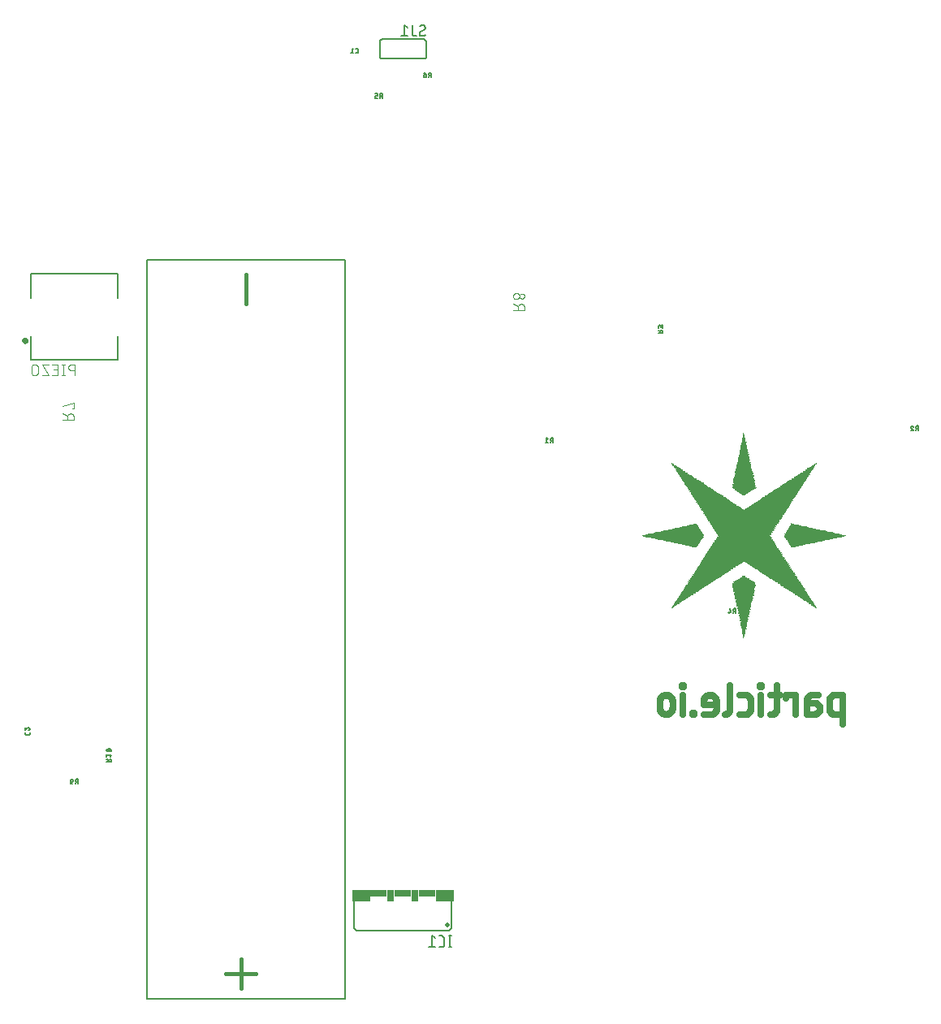
<source format=gbr>
G04 EAGLE Gerber X2 export*
G75*
%MOMM*%
%FSLAX34Y34*%
%LPD*%
%AMOC8*
5,1,8,0,0,1.08239X$1,22.5*%
G01*
%ADD10C,0.660400*%
%ADD11C,0.127000*%
%ADD12C,0.300000*%
%ADD13C,0.101600*%
%ADD14C,0.152400*%
%ADD15C,0.406400*%
%ADD16C,0.508000*%
%ADD17R,1.905000X1.270000*%
%ADD18R,1.778000X0.762000*%
%ADD19R,0.762000X1.270000*%
%ADD20R,0.060000X0.050000*%
%ADD21R,0.060000X0.060000*%
%ADD22R,0.110000X0.050000*%
%ADD23R,0.160000X0.060000*%
%ADD24R,0.160000X0.050000*%
%ADD25R,0.280000X0.050000*%
%ADD26R,0.280000X0.060000*%
%ADD27R,0.380000X0.060000*%
%ADD28R,0.380000X0.050000*%
%ADD29R,0.430000X0.050000*%
%ADD30R,0.480000X0.060000*%
%ADD31R,0.480000X0.050000*%
%ADD32R,0.600000X0.060000*%
%ADD33R,0.600000X0.050000*%
%ADD34R,0.700000X0.060000*%
%ADD35R,0.700000X0.050000*%
%ADD36R,0.760000X0.050000*%
%ADD37R,0.820000X0.060000*%
%ADD38R,0.820000X0.050000*%
%ADD39R,0.870000X0.060000*%
%ADD40R,0.920000X0.050000*%
%ADD41R,0.920000X0.060000*%
%ADD42R,0.980000X0.050000*%
%ADD43R,1.040000X0.060000*%
%ADD44R,1.040000X0.050000*%
%ADD45R,1.090000X0.050000*%
%ADD46R,1.140000X0.060000*%
%ADD47R,1.140000X0.050000*%
%ADD48R,1.190000X0.060000*%
%ADD49R,1.240000X0.050000*%
%ADD50R,1.240000X0.060000*%
%ADD51R,1.300000X0.060000*%
%ADD52R,1.360000X0.050000*%
%ADD53R,1.360000X0.060000*%
%ADD54R,0.050000X0.060000*%
%ADD55R,1.410000X0.060000*%
%ADD56R,0.220000X0.050000*%
%ADD57R,1.460000X0.050000*%
%ADD58R,0.210000X0.050000*%
%ADD59R,0.270000X0.050000*%
%ADD60R,0.320000X0.060000*%
%ADD61R,1.460000X0.060000*%
%ADD62R,0.270000X0.060000*%
%ADD63R,1.580000X0.060000*%
%ADD64R,0.440000X0.060000*%
%ADD65R,0.490000X0.050000*%
%ADD66R,1.580000X0.050000*%
%ADD67R,0.490000X0.060000*%
%ADD68R,0.540000X0.060000*%
%ADD69R,0.550000X0.050000*%
%ADD70R,1.680000X0.050000*%
%ADD71R,0.590000X0.050000*%
%ADD72R,0.650000X0.060000*%
%ADD73R,1.680000X0.060000*%
%ADD74R,0.710000X0.050000*%
%ADD75R,0.760000X0.060000*%
%ADD76R,1.740000X0.050000*%
%ADD77R,0.810000X0.050000*%
%ADD78R,0.860000X0.060000*%
%ADD79R,1.800000X0.060000*%
%ADD80R,0.810000X0.060000*%
%ADD81R,0.870000X0.050000*%
%ADD82R,1.800000X0.050000*%
%ADD83R,0.930000X0.050000*%
%ADD84R,1.850000X0.060000*%
%ADD85R,0.980000X0.060000*%
%ADD86R,1.030000X0.050000*%
%ADD87R,1.850000X0.050000*%
%ADD88R,1.900000X0.060000*%
%ADD89R,1.090000X0.060000*%
%ADD90R,1.900000X0.050000*%
%ADD91R,1.080000X0.050000*%
%ADD92R,1.200000X0.050000*%
%ADD93R,1.950000X0.050000*%
%ADD94R,1.250000X0.050000*%
%ADD95R,1.310000X0.050000*%
%ADD96R,2.000000X0.060000*%
%ADD97R,1.350000X0.060000*%
%ADD98R,2.000000X0.050000*%
%ADD99R,1.420000X0.060000*%
%ADD100R,1.470000X0.050000*%
%ADD101R,2.060000X0.050000*%
%ADD102R,2.120000X0.060000*%
%ADD103R,1.520000X0.060000*%
%ADD104R,1.570000X0.050000*%
%ADD105R,2.120000X0.050000*%
%ADD106R,1.520000X0.050000*%
%ADD107R,1.630000X0.050000*%
%ADD108R,1.740000X0.060000*%
%ADD109R,2.170000X0.060000*%
%ADD110R,2.170000X0.050000*%
%ADD111R,1.690000X0.050000*%
%ADD112R,1.790000X0.060000*%
%ADD113R,2.220000X0.060000*%
%ADD114R,2.220000X0.050000*%
%ADD115R,1.790000X0.050000*%
%ADD116R,2.280000X0.050000*%
%ADD117R,1.960000X0.050000*%
%ADD118R,2.010000X0.060000*%
%ADD119R,2.280000X0.060000*%
%ADD120R,1.960000X0.060000*%
%ADD121R,2.010000X0.050000*%
%ADD122R,2.340000X0.050000*%
%ADD123R,2.340000X0.060000*%
%ADD124R,2.180000X0.050000*%
%ADD125R,2.390000X0.050000*%
%ADD126R,2.390000X0.060000*%
%ADD127R,2.440000X0.050000*%
%ADD128R,2.230000X0.050000*%
%ADD129R,2.440000X0.060000*%
%ADD130R,2.500000X0.050000*%
%ADD131R,2.330000X0.050000*%
%ADD132R,2.550000X0.050000*%
%ADD133R,2.560000X0.060000*%
%ADD134R,2.670000X0.050000*%
%ADD135R,2.610000X0.050000*%
%ADD136R,2.660000X0.060000*%
%ADD137R,2.610000X0.060000*%
%ADD138R,2.720000X0.050000*%
%ADD139R,2.770000X0.050000*%
%ADD140R,1.190000X0.050000*%
%ADD141R,2.820000X0.060000*%
%ADD142R,2.770000X0.060000*%
%ADD143R,2.880000X0.050000*%
%ADD144R,2.880000X0.060000*%
%ADD145R,2.980000X0.050000*%
%ADD146R,2.990000X0.060000*%
%ADD147R,3.100000X0.050000*%
%ADD148R,3.040000X0.050000*%
%ADD149R,3.090000X0.050000*%
%ADD150R,3.150000X0.060000*%
%ADD151R,3.200000X0.050000*%
%ADD152R,3.150000X0.050000*%
%ADD153R,3.260000X0.060000*%
%ADD154R,3.310000X0.050000*%
%ADD155R,3.370000X0.060000*%
%ADD156R,3.320000X0.060000*%
%ADD157R,3.420000X0.050000*%
%ADD158R,3.470000X0.060000*%
%ADD159R,3.480000X0.060000*%
%ADD160R,3.530000X0.050000*%
%ADD161R,3.470000X0.050000*%
%ADD162R,3.580000X0.060000*%
%ADD163R,3.630000X0.050000*%
%ADD164R,3.580000X0.050000*%
%ADD165R,3.690000X0.060000*%
%ADD166R,3.700000X0.050000*%
%ADD167R,3.810000X0.050000*%
%ADD168R,3.750000X0.050000*%
%ADD169R,3.800000X0.060000*%
%ADD170R,3.910000X0.050000*%
%ADD171R,3.860000X0.050000*%
%ADD172R,3.910000X0.060000*%
%ADD173R,3.850000X0.060000*%
%ADD174R,3.960000X0.050000*%
%ADD175R,4.020000X0.060000*%
%ADD176R,3.970000X0.060000*%
%ADD177R,4.080000X0.050000*%
%ADD178R,4.120000X0.060000*%
%ADD179R,4.180000X0.050000*%
%ADD180R,4.240000X0.050000*%
%ADD181R,4.240000X0.060000*%
%ADD182R,4.300000X0.060000*%
%ADD183R,4.350000X0.050000*%
%ADD184R,4.290000X0.050000*%
%ADD185R,4.400000X0.060000*%
%ADD186R,4.450000X0.050000*%
%ADD187R,4.400000X0.050000*%
%ADD188R,8.800000X0.060000*%
%ADD189R,8.740000X0.050000*%
%ADD190R,8.690000X0.050000*%
%ADD191R,8.580000X0.060000*%
%ADD192R,8.520000X0.050000*%
%ADD193R,8.470000X0.060000*%
%ADD194R,8.420000X0.050000*%
%ADD195R,8.320000X0.060000*%
%ADD196R,8.260000X0.050000*%
%ADD197R,8.200000X0.050000*%
%ADD198R,8.100000X0.060000*%
%ADD199R,8.040000X0.050000*%
%ADD200R,7.980000X0.060000*%
%ADD201R,7.930000X0.050000*%
%ADD202R,7.820000X0.060000*%
%ADD203R,7.760000X0.050000*%
%ADD204R,7.710000X0.050000*%
%ADD205R,7.610000X0.060000*%
%ADD206R,7.560000X0.050000*%
%ADD207R,7.440000X0.060000*%
%ADD208R,7.440000X0.050000*%
%ADD209R,7.340000X0.060000*%
%ADD210R,7.280000X0.050000*%
%ADD211R,7.170000X0.050000*%
%ADD212R,7.120000X0.060000*%
%ADD213R,7.060000X0.050000*%
%ADD214R,7.000000X0.060000*%
%ADD215R,0.320000X0.050000*%
%ADD216R,6.900000X0.050000*%
%ADD217R,0.590000X0.060000*%
%ADD218R,6.850000X0.060000*%
%ADD219R,6.800000X0.050000*%
%ADD220R,6.680000X0.060000*%
%ADD221R,6.630000X0.050000*%
%ADD222R,6.580000X0.050000*%
%ADD223R,6.460000X0.060000*%
%ADD224R,2.060000X0.060000*%
%ADD225R,6.410000X0.050000*%
%ADD226R,6.360000X0.060000*%
%ADD227R,2.830000X0.050000*%
%ADD228R,6.240000X0.050000*%
%ADD229R,3.100000X0.060000*%
%ADD230R,6.190000X0.060000*%
%ADD231R,6.140000X0.050000*%
%ADD232R,3.690000X0.050000*%
%ADD233R,6.080000X0.050000*%
%ADD234R,6.020000X0.060000*%
%ADD235R,5.920000X0.050000*%
%ADD236R,4.560000X0.060000*%
%ADD237R,5.870000X0.060000*%
%ADD238R,4.840000X0.050000*%
%ADD239R,5.820000X0.050000*%
%ADD240R,5.110000X0.060000*%
%ADD241R,5.700000X0.060000*%
%ADD242R,5.160000X0.060000*%
%ADD243R,5.430000X0.050000*%
%ADD244R,5.650000X0.050000*%
%ADD245R,5.710000X0.050000*%
%ADD246R,5.600000X0.050000*%
%ADD247R,5.980000X0.060000*%
%ADD248R,5.540000X0.060000*%
%ADD249R,6.030000X0.060000*%
%ADD250R,6.250000X0.050000*%
%ADD251R,5.480000X0.050000*%
%ADD252R,6.300000X0.050000*%
%ADD253R,5.380000X0.060000*%
%ADD254R,6.510000X0.060000*%
%ADD255R,5.380000X0.050000*%
%ADD256R,5.760000X0.060000*%
%ADD257R,5.100000X0.060000*%
%ADD258R,4.510000X0.060000*%
%ADD259R,5.970000X0.050000*%
%ADD260R,4.230000X0.050000*%
%ADD261R,3.640000X0.050000*%
%ADD262R,3.360000X0.050000*%
%ADD263R,3.040000X0.060000*%
%ADD264R,1.950000X0.060000*%
%ADD265R,1.080000X0.060000*%
%ADD266R,7.220000X0.050000*%
%ADD267R,7.500000X0.060000*%
%ADD268R,7.660000X0.060000*%
%ADD269R,7.880000X0.060000*%
%ADD270R,8.640000X0.060000*%
%ADD271R,8.860000X0.060000*%
%ADD272R,4.340000X0.060000*%
%ADD273R,4.300000X0.050000*%
%ADD274R,4.290000X0.060000*%
%ADD275R,4.130000X0.050000*%
%ADD276R,4.070000X0.060000*%
%ADD277R,4.020000X0.050000*%
%ADD278R,3.640000X0.060000*%
%ADD279R,3.530000X0.060000*%
%ADD280R,3.420000X0.060000*%
%ADD281R,3.370000X0.050000*%
%ADD282R,3.310000X0.060000*%
%ADD283R,3.320000X0.050000*%
%ADD284R,3.260000X0.050000*%
%ADD285R,3.210000X0.060000*%
%ADD286R,2.980000X0.060000*%
%ADD287R,2.930000X0.050000*%
%ADD288R,2.710000X0.050000*%
%ADD289R,1.410000X0.050000*%
%ADD290R,2.500000X0.060000*%
%ADD291R,2.230000X0.060000*%
%ADD292R,2.070000X0.050000*%
%ADD293R,1.910000X0.060000*%
%ADD294R,1.840000X0.060000*%
%ADD295R,1.690000X0.060000*%
%ADD296R,1.630000X0.060000*%
%ADD297R,1.530000X0.060000*%
%ADD298R,1.470000X0.060000*%
%ADD299R,1.420000X0.050000*%
%ADD300R,1.350000X0.050000*%
%ADD301R,1.030000X0.060000*%
%ADD302R,0.710000X0.060000*%
%ADD303R,0.650000X0.050000*%
%ADD304R,0.540000X0.050000*%
%ADD305R,0.430000X0.060000*%
%ADD306R,0.440000X0.050000*%
%ADD307R,0.330000X0.050000*%


D10*
X991930Y439081D02*
X991930Y469053D01*
X983605Y469053D01*
X983465Y469051D01*
X983325Y469045D01*
X983185Y469035D01*
X983046Y469022D01*
X982907Y469004D01*
X982768Y468982D01*
X982631Y468957D01*
X982494Y468928D01*
X982357Y468895D01*
X982222Y468858D01*
X982088Y468817D01*
X981955Y468773D01*
X981824Y468725D01*
X981694Y468673D01*
X981565Y468617D01*
X981438Y468558D01*
X981312Y468496D01*
X981189Y468430D01*
X981067Y468360D01*
X980948Y468287D01*
X980830Y468211D01*
X980715Y468132D01*
X980601Y468049D01*
X980491Y467963D01*
X980382Y467874D01*
X980277Y467783D01*
X980173Y467688D01*
X980073Y467590D01*
X979975Y467490D01*
X979881Y467386D01*
X979789Y467281D01*
X979700Y467172D01*
X979614Y467062D01*
X979531Y466948D01*
X979452Y466833D01*
X979376Y466716D01*
X979303Y466596D01*
X979233Y466474D01*
X979167Y466351D01*
X979105Y466225D01*
X979046Y466098D01*
X978990Y465970D01*
X978938Y465839D01*
X978890Y465708D01*
X978846Y465575D01*
X978805Y465441D01*
X978768Y465306D01*
X978735Y465170D01*
X978706Y465033D01*
X978681Y464895D01*
X978659Y464756D01*
X978641Y464617D01*
X978628Y464478D01*
X978618Y464338D01*
X978612Y464198D01*
X978610Y464058D01*
X978609Y464058D02*
X978609Y454067D01*
X978610Y454067D02*
X978612Y453927D01*
X978618Y453787D01*
X978628Y453647D01*
X978641Y453508D01*
X978659Y453369D01*
X978681Y453230D01*
X978706Y453093D01*
X978735Y452956D01*
X978768Y452819D01*
X978805Y452684D01*
X978846Y452550D01*
X978890Y452417D01*
X978938Y452286D01*
X978990Y452155D01*
X979046Y452027D01*
X979105Y451900D01*
X979167Y451774D01*
X979233Y451651D01*
X979303Y451529D01*
X979376Y451409D01*
X979452Y451292D01*
X979531Y451177D01*
X979614Y451063D01*
X979700Y450953D01*
X979789Y450844D01*
X979881Y450739D01*
X979975Y450635D01*
X980073Y450535D01*
X980173Y450437D01*
X980277Y450343D01*
X980382Y450251D01*
X980491Y450162D01*
X980601Y450076D01*
X980715Y449993D01*
X980830Y449914D01*
X980948Y449838D01*
X981067Y449765D01*
X981189Y449695D01*
X981312Y449629D01*
X981438Y449567D01*
X981565Y449508D01*
X981694Y449452D01*
X981824Y449400D01*
X981955Y449352D01*
X982088Y449308D01*
X982222Y449267D01*
X982357Y449230D01*
X982494Y449197D01*
X982631Y449168D01*
X982768Y449143D01*
X982907Y449121D01*
X983046Y449103D01*
X983185Y449090D01*
X983325Y449080D01*
X983465Y449074D01*
X983605Y449072D01*
X991930Y449072D01*
X962515Y460728D02*
X955022Y460728D01*
X962515Y460728D02*
X962668Y460726D01*
X962820Y460720D01*
X962972Y460710D01*
X963124Y460696D01*
X963276Y460678D01*
X963427Y460656D01*
X963577Y460630D01*
X963727Y460601D01*
X963876Y460567D01*
X964023Y460529D01*
X964170Y460488D01*
X964316Y460443D01*
X964460Y460394D01*
X964604Y460341D01*
X964745Y460284D01*
X964885Y460224D01*
X965024Y460160D01*
X965161Y460093D01*
X965296Y460022D01*
X965429Y459947D01*
X965560Y459869D01*
X965689Y459788D01*
X965816Y459703D01*
X965941Y459615D01*
X966063Y459524D01*
X966183Y459429D01*
X966300Y459332D01*
X966415Y459231D01*
X966527Y459127D01*
X966636Y459021D01*
X966742Y458912D01*
X966846Y458800D01*
X966947Y458685D01*
X967044Y458568D01*
X967139Y458448D01*
X967230Y458326D01*
X967318Y458201D01*
X967403Y458074D01*
X967484Y457945D01*
X967562Y457814D01*
X967637Y457681D01*
X967708Y457546D01*
X967775Y457409D01*
X967839Y457270D01*
X967899Y457130D01*
X967956Y456989D01*
X968009Y456845D01*
X968058Y456701D01*
X968103Y456555D01*
X968144Y456408D01*
X968182Y456261D01*
X968216Y456112D01*
X968245Y455962D01*
X968271Y455812D01*
X968293Y455661D01*
X968311Y455509D01*
X968325Y455357D01*
X968335Y455205D01*
X968341Y455053D01*
X968343Y454900D01*
X968341Y454747D01*
X968335Y454595D01*
X968325Y454443D01*
X968311Y454291D01*
X968293Y454139D01*
X968271Y453988D01*
X968245Y453838D01*
X968216Y453688D01*
X968182Y453539D01*
X968144Y453392D01*
X968103Y453245D01*
X968058Y453099D01*
X968009Y452955D01*
X967956Y452811D01*
X967899Y452670D01*
X967839Y452530D01*
X967775Y452391D01*
X967708Y452254D01*
X967637Y452119D01*
X967562Y451986D01*
X967484Y451855D01*
X967403Y451726D01*
X967318Y451599D01*
X967230Y451474D01*
X967139Y451352D01*
X967044Y451232D01*
X966947Y451115D01*
X966846Y451000D01*
X966742Y450888D01*
X966636Y450779D01*
X966527Y450673D01*
X966415Y450569D01*
X966300Y450468D01*
X966183Y450371D01*
X966063Y450276D01*
X965941Y450185D01*
X965816Y450097D01*
X965689Y450012D01*
X965560Y449931D01*
X965429Y449853D01*
X965296Y449778D01*
X965161Y449707D01*
X965024Y449640D01*
X964885Y449576D01*
X964745Y449516D01*
X964604Y449459D01*
X964460Y449406D01*
X964316Y449357D01*
X964170Y449312D01*
X964023Y449271D01*
X963876Y449233D01*
X963727Y449199D01*
X963577Y449170D01*
X963427Y449144D01*
X963276Y449122D01*
X963124Y449104D01*
X962972Y449090D01*
X962820Y449080D01*
X962668Y449074D01*
X962515Y449072D01*
X955022Y449072D01*
X955022Y464058D01*
X955024Y464198D01*
X955030Y464338D01*
X955040Y464478D01*
X955053Y464617D01*
X955071Y464756D01*
X955093Y464895D01*
X955118Y465032D01*
X955147Y465169D01*
X955180Y465306D01*
X955217Y465441D01*
X955258Y465575D01*
X955302Y465708D01*
X955350Y465839D01*
X955402Y465970D01*
X955458Y466098D01*
X955517Y466225D01*
X955579Y466351D01*
X955645Y466474D01*
X955715Y466596D01*
X955788Y466716D01*
X955864Y466833D01*
X955943Y466948D01*
X956026Y467062D01*
X956112Y467172D01*
X956201Y467281D01*
X956293Y467386D01*
X956387Y467490D01*
X956485Y467590D01*
X956585Y467688D01*
X956689Y467782D01*
X956794Y467874D01*
X956903Y467963D01*
X957013Y468049D01*
X957127Y468132D01*
X957242Y468211D01*
X957360Y468287D01*
X957479Y468360D01*
X957601Y468430D01*
X957724Y468496D01*
X957850Y468558D01*
X957977Y468617D01*
X958106Y468673D01*
X958236Y468725D01*
X958367Y468773D01*
X958500Y468817D01*
X958634Y468858D01*
X958769Y468895D01*
X958906Y468928D01*
X959043Y468957D01*
X959180Y468982D01*
X959319Y469004D01*
X959458Y469022D01*
X959597Y469035D01*
X959737Y469045D01*
X959877Y469051D01*
X960017Y469053D01*
X960018Y469053D02*
X966678Y469053D01*
X942515Y469053D02*
X942515Y449072D01*
X942515Y469053D02*
X932525Y469053D01*
X932525Y465723D01*
X926515Y469053D02*
X916524Y469053D01*
X923184Y479044D02*
X923184Y454067D01*
X923182Y453927D01*
X923176Y453787D01*
X923166Y453647D01*
X923153Y453508D01*
X923135Y453369D01*
X923113Y453230D01*
X923088Y453093D01*
X923059Y452956D01*
X923026Y452819D01*
X922989Y452684D01*
X922948Y452550D01*
X922904Y452417D01*
X922856Y452286D01*
X922804Y452155D01*
X922748Y452027D01*
X922689Y451900D01*
X922627Y451774D01*
X922561Y451651D01*
X922491Y451529D01*
X922418Y451409D01*
X922342Y451292D01*
X922263Y451177D01*
X922180Y451063D01*
X922094Y450953D01*
X922005Y450844D01*
X921913Y450739D01*
X921819Y450635D01*
X921721Y450535D01*
X921621Y450437D01*
X921517Y450343D01*
X921412Y450251D01*
X921303Y450162D01*
X921193Y450076D01*
X921079Y449993D01*
X920964Y449914D01*
X920847Y449838D01*
X920727Y449765D01*
X920605Y449695D01*
X920482Y449629D01*
X920356Y449567D01*
X920229Y449508D01*
X920101Y449452D01*
X919970Y449400D01*
X919839Y449352D01*
X919706Y449308D01*
X919572Y449267D01*
X919437Y449230D01*
X919300Y449197D01*
X919163Y449168D01*
X919026Y449143D01*
X918887Y449121D01*
X918748Y449103D01*
X918609Y449090D01*
X918469Y449080D01*
X918329Y449074D01*
X918189Y449072D01*
X916524Y449072D01*
X906725Y449072D02*
X906725Y469053D01*
X907558Y477379D02*
X907558Y479044D01*
X905893Y479044D01*
X905893Y477379D01*
X907558Y477379D01*
X890984Y449072D02*
X884324Y449072D01*
X890984Y449072D02*
X891124Y449074D01*
X891264Y449080D01*
X891404Y449090D01*
X891543Y449103D01*
X891682Y449121D01*
X891821Y449143D01*
X891958Y449168D01*
X892095Y449197D01*
X892232Y449230D01*
X892367Y449267D01*
X892501Y449308D01*
X892634Y449352D01*
X892765Y449400D01*
X892896Y449452D01*
X893024Y449508D01*
X893151Y449567D01*
X893277Y449629D01*
X893400Y449695D01*
X893522Y449765D01*
X893642Y449838D01*
X893759Y449914D01*
X893874Y449993D01*
X893988Y450076D01*
X894098Y450162D01*
X894207Y450251D01*
X894312Y450343D01*
X894416Y450437D01*
X894516Y450535D01*
X894614Y450635D01*
X894708Y450739D01*
X894800Y450844D01*
X894889Y450953D01*
X894975Y451063D01*
X895058Y451177D01*
X895137Y451292D01*
X895213Y451409D01*
X895286Y451529D01*
X895356Y451651D01*
X895422Y451774D01*
X895484Y451900D01*
X895543Y452027D01*
X895599Y452155D01*
X895651Y452286D01*
X895699Y452417D01*
X895743Y452550D01*
X895784Y452684D01*
X895821Y452819D01*
X895854Y452956D01*
X895883Y453093D01*
X895908Y453230D01*
X895930Y453369D01*
X895948Y453508D01*
X895961Y453647D01*
X895971Y453787D01*
X895977Y453927D01*
X895979Y454067D01*
X895979Y464058D01*
X895977Y464198D01*
X895971Y464338D01*
X895961Y464478D01*
X895948Y464617D01*
X895930Y464756D01*
X895908Y464895D01*
X895883Y465032D01*
X895854Y465169D01*
X895821Y465306D01*
X895784Y465441D01*
X895743Y465575D01*
X895699Y465708D01*
X895651Y465839D01*
X895599Y465970D01*
X895543Y466098D01*
X895484Y466225D01*
X895422Y466351D01*
X895356Y466474D01*
X895286Y466596D01*
X895213Y466716D01*
X895137Y466833D01*
X895058Y466948D01*
X894975Y467062D01*
X894889Y467172D01*
X894800Y467281D01*
X894708Y467386D01*
X894614Y467490D01*
X894516Y467590D01*
X894416Y467688D01*
X894312Y467782D01*
X894207Y467874D01*
X894098Y467963D01*
X893988Y468049D01*
X893874Y468132D01*
X893759Y468211D01*
X893642Y468287D01*
X893522Y468360D01*
X893400Y468430D01*
X893277Y468496D01*
X893151Y468558D01*
X893024Y468617D01*
X892896Y468673D01*
X892765Y468725D01*
X892634Y468773D01*
X892501Y468817D01*
X892367Y468858D01*
X892232Y468895D01*
X892095Y468928D01*
X891958Y468957D01*
X891821Y468982D01*
X891682Y469004D01*
X891543Y469022D01*
X891404Y469035D01*
X891264Y469045D01*
X891124Y469051D01*
X890984Y469053D01*
X884324Y469053D01*
X874394Y479044D02*
X874394Y454067D01*
X874392Y453927D01*
X874386Y453787D01*
X874376Y453647D01*
X874363Y453508D01*
X874345Y453369D01*
X874323Y453230D01*
X874298Y453093D01*
X874269Y452956D01*
X874236Y452819D01*
X874199Y452684D01*
X874158Y452550D01*
X874114Y452417D01*
X874066Y452286D01*
X874014Y452155D01*
X873958Y452027D01*
X873899Y451900D01*
X873837Y451774D01*
X873771Y451651D01*
X873701Y451529D01*
X873628Y451409D01*
X873552Y451292D01*
X873473Y451177D01*
X873390Y451063D01*
X873304Y450953D01*
X873215Y450844D01*
X873123Y450739D01*
X873029Y450635D01*
X872931Y450535D01*
X872831Y450437D01*
X872727Y450343D01*
X872622Y450251D01*
X872513Y450162D01*
X872403Y450076D01*
X872289Y449993D01*
X872174Y449914D01*
X872057Y449838D01*
X871937Y449765D01*
X871815Y449695D01*
X871692Y449629D01*
X871566Y449567D01*
X871439Y449508D01*
X871311Y449452D01*
X871180Y449400D01*
X871049Y449352D01*
X870916Y449308D01*
X870782Y449267D01*
X870647Y449230D01*
X870510Y449197D01*
X870373Y449168D01*
X870236Y449143D01*
X870097Y449121D01*
X869958Y449103D01*
X869819Y449090D01*
X869679Y449080D01*
X869539Y449074D01*
X869399Y449072D01*
X855355Y449072D02*
X847030Y449072D01*
X855355Y449072D02*
X855495Y449074D01*
X855635Y449080D01*
X855775Y449090D01*
X855914Y449103D01*
X856053Y449121D01*
X856192Y449143D01*
X856329Y449168D01*
X856466Y449197D01*
X856603Y449230D01*
X856738Y449267D01*
X856872Y449308D01*
X857005Y449352D01*
X857136Y449400D01*
X857267Y449452D01*
X857395Y449508D01*
X857522Y449567D01*
X857648Y449629D01*
X857771Y449695D01*
X857893Y449765D01*
X858013Y449838D01*
X858130Y449914D01*
X858245Y449993D01*
X858359Y450076D01*
X858469Y450162D01*
X858578Y450251D01*
X858683Y450343D01*
X858787Y450437D01*
X858887Y450535D01*
X858985Y450635D01*
X859079Y450739D01*
X859171Y450844D01*
X859260Y450953D01*
X859346Y451063D01*
X859429Y451177D01*
X859508Y451292D01*
X859584Y451409D01*
X859657Y451529D01*
X859727Y451651D01*
X859793Y451774D01*
X859855Y451900D01*
X859914Y452027D01*
X859970Y452155D01*
X860022Y452286D01*
X860070Y452417D01*
X860114Y452550D01*
X860155Y452684D01*
X860192Y452819D01*
X860225Y452956D01*
X860254Y453093D01*
X860279Y453230D01*
X860301Y453369D01*
X860319Y453508D01*
X860332Y453647D01*
X860342Y453787D01*
X860348Y453927D01*
X860350Y454067D01*
X860351Y454067D02*
X860351Y462393D01*
X860350Y462393D02*
X860348Y462555D01*
X860342Y462717D01*
X860332Y462879D01*
X860318Y463041D01*
X860301Y463202D01*
X860279Y463363D01*
X860253Y463523D01*
X860224Y463682D01*
X860191Y463841D01*
X860153Y463999D01*
X860112Y464156D01*
X860068Y464312D01*
X860019Y464466D01*
X859967Y464620D01*
X859911Y464772D01*
X859851Y464923D01*
X859787Y465072D01*
X859720Y465220D01*
X859650Y465366D01*
X859575Y465510D01*
X859498Y465653D01*
X859417Y465793D01*
X859332Y465931D01*
X859244Y466068D01*
X859153Y466202D01*
X859059Y466334D01*
X858961Y466463D01*
X858861Y466591D01*
X858757Y466715D01*
X858650Y466837D01*
X858540Y466957D01*
X858428Y467074D01*
X858313Y467188D01*
X858194Y467299D01*
X858074Y467407D01*
X857950Y467512D01*
X857824Y467614D01*
X857696Y467714D01*
X857565Y467810D01*
X857432Y467902D01*
X857297Y467992D01*
X857159Y468078D01*
X857020Y468161D01*
X856879Y468240D01*
X856735Y468316D01*
X856590Y468388D01*
X856443Y468457D01*
X856295Y468523D01*
X856145Y468584D01*
X855993Y468642D01*
X855840Y468696D01*
X855686Y468747D01*
X855531Y468794D01*
X855375Y468836D01*
X855217Y468876D01*
X855059Y468911D01*
X854900Y468942D01*
X854740Y468970D01*
X854579Y468993D01*
X854418Y469013D01*
X854257Y469029D01*
X854095Y469041D01*
X853933Y469049D01*
X853771Y469053D01*
X853609Y469053D01*
X853447Y469049D01*
X853285Y469041D01*
X853123Y469029D01*
X852962Y469013D01*
X852801Y468993D01*
X852640Y468970D01*
X852480Y468942D01*
X852321Y468911D01*
X852163Y468876D01*
X852005Y468836D01*
X851849Y468794D01*
X851694Y468747D01*
X851540Y468696D01*
X851387Y468642D01*
X851235Y468584D01*
X851085Y468523D01*
X850937Y468457D01*
X850790Y468388D01*
X850645Y468316D01*
X850501Y468240D01*
X850360Y468161D01*
X850221Y468078D01*
X850083Y467992D01*
X849948Y467902D01*
X849815Y467810D01*
X849684Y467714D01*
X849556Y467614D01*
X849430Y467512D01*
X849306Y467407D01*
X849186Y467299D01*
X849067Y467188D01*
X848952Y467074D01*
X848840Y466957D01*
X848730Y466837D01*
X848623Y466715D01*
X848519Y466591D01*
X848419Y466463D01*
X848321Y466334D01*
X848227Y466202D01*
X848136Y466068D01*
X848048Y465931D01*
X847963Y465793D01*
X847882Y465653D01*
X847805Y465510D01*
X847730Y465366D01*
X847660Y465220D01*
X847593Y465072D01*
X847529Y464923D01*
X847469Y464772D01*
X847413Y464620D01*
X847361Y464466D01*
X847312Y464312D01*
X847268Y464156D01*
X847227Y463999D01*
X847189Y463841D01*
X847156Y463682D01*
X847127Y463523D01*
X847101Y463363D01*
X847079Y463202D01*
X847062Y463041D01*
X847048Y462879D01*
X847038Y462717D01*
X847032Y462555D01*
X847030Y462393D01*
X847030Y459063D01*
X860351Y459063D01*
X837149Y450737D02*
X837149Y449072D01*
X837149Y450737D02*
X835484Y450737D01*
X835484Y449072D01*
X837149Y449072D01*
X825344Y449072D02*
X825344Y469053D01*
X826176Y477379D02*
X826176Y479044D01*
X824511Y479044D01*
X824511Y477379D01*
X826176Y477379D01*
X814631Y462393D02*
X814631Y455732D01*
X814630Y462393D02*
X814628Y462555D01*
X814622Y462717D01*
X814612Y462879D01*
X814598Y463041D01*
X814581Y463202D01*
X814559Y463363D01*
X814533Y463523D01*
X814504Y463682D01*
X814471Y463841D01*
X814433Y463999D01*
X814392Y464156D01*
X814348Y464312D01*
X814299Y464466D01*
X814247Y464620D01*
X814191Y464772D01*
X814131Y464923D01*
X814067Y465072D01*
X814000Y465220D01*
X813930Y465366D01*
X813855Y465510D01*
X813778Y465653D01*
X813697Y465793D01*
X813612Y465931D01*
X813524Y466068D01*
X813433Y466202D01*
X813339Y466334D01*
X813241Y466463D01*
X813141Y466591D01*
X813037Y466715D01*
X812930Y466837D01*
X812820Y466957D01*
X812708Y467074D01*
X812593Y467188D01*
X812474Y467299D01*
X812354Y467407D01*
X812230Y467512D01*
X812104Y467614D01*
X811976Y467714D01*
X811845Y467810D01*
X811712Y467902D01*
X811577Y467992D01*
X811439Y468078D01*
X811300Y468161D01*
X811159Y468240D01*
X811015Y468316D01*
X810870Y468388D01*
X810723Y468457D01*
X810575Y468523D01*
X810425Y468584D01*
X810273Y468642D01*
X810120Y468696D01*
X809966Y468747D01*
X809811Y468794D01*
X809655Y468836D01*
X809497Y468876D01*
X809339Y468911D01*
X809180Y468942D01*
X809020Y468970D01*
X808859Y468993D01*
X808698Y469013D01*
X808537Y469029D01*
X808375Y469041D01*
X808213Y469049D01*
X808051Y469053D01*
X807889Y469053D01*
X807727Y469049D01*
X807565Y469041D01*
X807403Y469029D01*
X807242Y469013D01*
X807081Y468993D01*
X806920Y468970D01*
X806760Y468942D01*
X806601Y468911D01*
X806443Y468876D01*
X806285Y468836D01*
X806129Y468794D01*
X805974Y468747D01*
X805820Y468696D01*
X805667Y468642D01*
X805515Y468584D01*
X805365Y468523D01*
X805217Y468457D01*
X805070Y468388D01*
X804925Y468316D01*
X804781Y468240D01*
X804640Y468161D01*
X804501Y468078D01*
X804363Y467992D01*
X804228Y467902D01*
X804095Y467810D01*
X803964Y467714D01*
X803836Y467614D01*
X803710Y467512D01*
X803586Y467407D01*
X803466Y467299D01*
X803347Y467188D01*
X803232Y467074D01*
X803120Y466957D01*
X803010Y466837D01*
X802903Y466715D01*
X802799Y466591D01*
X802699Y466463D01*
X802601Y466334D01*
X802507Y466202D01*
X802416Y466068D01*
X802328Y465931D01*
X802243Y465793D01*
X802162Y465653D01*
X802085Y465510D01*
X802010Y465366D01*
X801940Y465220D01*
X801873Y465072D01*
X801809Y464923D01*
X801749Y464772D01*
X801693Y464620D01*
X801641Y464466D01*
X801592Y464312D01*
X801548Y464156D01*
X801507Y463999D01*
X801469Y463841D01*
X801436Y463682D01*
X801407Y463523D01*
X801381Y463363D01*
X801359Y463202D01*
X801342Y463041D01*
X801328Y462879D01*
X801318Y462717D01*
X801312Y462555D01*
X801310Y462393D01*
X801310Y455732D01*
X801312Y455570D01*
X801318Y455408D01*
X801328Y455246D01*
X801342Y455084D01*
X801359Y454923D01*
X801381Y454762D01*
X801407Y454602D01*
X801436Y454443D01*
X801469Y454284D01*
X801507Y454126D01*
X801548Y453969D01*
X801592Y453813D01*
X801641Y453659D01*
X801693Y453505D01*
X801749Y453353D01*
X801809Y453202D01*
X801873Y453053D01*
X801940Y452905D01*
X802010Y452759D01*
X802085Y452615D01*
X802162Y452472D01*
X802243Y452332D01*
X802328Y452194D01*
X802416Y452057D01*
X802507Y451923D01*
X802601Y451791D01*
X802699Y451662D01*
X802799Y451534D01*
X802903Y451410D01*
X803010Y451288D01*
X803120Y451168D01*
X803232Y451051D01*
X803347Y450937D01*
X803466Y450826D01*
X803586Y450718D01*
X803710Y450613D01*
X803836Y450511D01*
X803964Y450411D01*
X804095Y450315D01*
X804228Y450223D01*
X804363Y450133D01*
X804501Y450047D01*
X804640Y449964D01*
X804781Y449885D01*
X804925Y449809D01*
X805070Y449737D01*
X805217Y449668D01*
X805365Y449602D01*
X805515Y449541D01*
X805667Y449483D01*
X805820Y449429D01*
X805974Y449378D01*
X806129Y449331D01*
X806285Y449289D01*
X806443Y449249D01*
X806601Y449214D01*
X806760Y449183D01*
X806920Y449155D01*
X807081Y449132D01*
X807242Y449112D01*
X807403Y449096D01*
X807565Y449084D01*
X807727Y449076D01*
X807889Y449072D01*
X808051Y449072D01*
X808213Y449076D01*
X808375Y449084D01*
X808537Y449096D01*
X808698Y449112D01*
X808859Y449132D01*
X809020Y449155D01*
X809180Y449183D01*
X809339Y449214D01*
X809497Y449249D01*
X809655Y449289D01*
X809811Y449331D01*
X809966Y449378D01*
X810120Y449429D01*
X810273Y449483D01*
X810425Y449541D01*
X810575Y449602D01*
X810723Y449668D01*
X810870Y449737D01*
X811015Y449809D01*
X811159Y449885D01*
X811300Y449964D01*
X811439Y450047D01*
X811577Y450133D01*
X811712Y450223D01*
X811845Y450315D01*
X811976Y450411D01*
X812104Y450511D01*
X812230Y450613D01*
X812354Y450718D01*
X812474Y450826D01*
X812593Y450937D01*
X812708Y451051D01*
X812820Y451168D01*
X812930Y451288D01*
X813037Y451410D01*
X813141Y451534D01*
X813241Y451662D01*
X813339Y451791D01*
X813433Y451923D01*
X813524Y452057D01*
X813612Y452194D01*
X813697Y452332D01*
X813778Y452472D01*
X813855Y452615D01*
X813930Y452759D01*
X814000Y452905D01*
X814067Y453053D01*
X814131Y453202D01*
X814191Y453353D01*
X814247Y453505D01*
X814299Y453659D01*
X814348Y453813D01*
X814392Y453969D01*
X814433Y454126D01*
X814471Y454284D01*
X814504Y454443D01*
X814533Y454602D01*
X814559Y454762D01*
X814581Y454923D01*
X814598Y455084D01*
X814612Y455246D01*
X814622Y455408D01*
X814628Y455570D01*
X814630Y455732D01*
D11*
X485168Y1138555D02*
X484096Y1138555D01*
X485168Y1138555D02*
X485233Y1138557D01*
X485297Y1138563D01*
X485361Y1138573D01*
X485425Y1138586D01*
X485487Y1138604D01*
X485548Y1138625D01*
X485608Y1138649D01*
X485666Y1138678D01*
X485723Y1138710D01*
X485777Y1138745D01*
X485829Y1138783D01*
X485879Y1138825D01*
X485926Y1138869D01*
X485970Y1138916D01*
X486012Y1138966D01*
X486050Y1139018D01*
X486085Y1139072D01*
X486117Y1139129D01*
X486146Y1139187D01*
X486170Y1139247D01*
X486191Y1139308D01*
X486209Y1139370D01*
X486222Y1139434D01*
X486232Y1139498D01*
X486238Y1139562D01*
X486240Y1139627D01*
X486241Y1139627D02*
X486241Y1142309D01*
X486240Y1142309D02*
X486238Y1142374D01*
X486232Y1142438D01*
X486222Y1142502D01*
X486209Y1142566D01*
X486191Y1142628D01*
X486170Y1142689D01*
X486146Y1142749D01*
X486117Y1142807D01*
X486085Y1142864D01*
X486050Y1142918D01*
X486012Y1142970D01*
X485970Y1143020D01*
X485926Y1143067D01*
X485879Y1143111D01*
X485829Y1143153D01*
X485777Y1143191D01*
X485723Y1143226D01*
X485666Y1143258D01*
X485608Y1143287D01*
X485548Y1143311D01*
X485487Y1143332D01*
X485425Y1143350D01*
X485361Y1143363D01*
X485297Y1143373D01*
X485233Y1143379D01*
X485168Y1143381D01*
X484096Y1143381D01*
X481640Y1142309D02*
X480300Y1143381D01*
X480300Y1138555D01*
X481640Y1138555D02*
X478959Y1138555D01*
X139319Y430304D02*
X139319Y429232D01*
X139321Y429167D01*
X139327Y429103D01*
X139337Y429039D01*
X139350Y428975D01*
X139368Y428913D01*
X139389Y428852D01*
X139413Y428792D01*
X139442Y428734D01*
X139474Y428677D01*
X139509Y428623D01*
X139547Y428571D01*
X139589Y428521D01*
X139633Y428474D01*
X139680Y428430D01*
X139730Y428388D01*
X139782Y428350D01*
X139836Y428315D01*
X139893Y428283D01*
X139951Y428254D01*
X140011Y428230D01*
X140072Y428209D01*
X140134Y428191D01*
X140198Y428178D01*
X140262Y428168D01*
X140326Y428162D01*
X140391Y428160D01*
X140391Y428159D02*
X143073Y428159D01*
X143073Y428160D02*
X143138Y428162D01*
X143202Y428168D01*
X143266Y428178D01*
X143330Y428191D01*
X143392Y428209D01*
X143453Y428230D01*
X143513Y428254D01*
X143571Y428283D01*
X143628Y428315D01*
X143682Y428350D01*
X143734Y428388D01*
X143784Y428430D01*
X143831Y428474D01*
X143875Y428521D01*
X143917Y428571D01*
X143955Y428623D01*
X143990Y428677D01*
X144022Y428734D01*
X144051Y428792D01*
X144075Y428852D01*
X144096Y428913D01*
X144114Y428975D01*
X144127Y429039D01*
X144137Y429103D01*
X144143Y429167D01*
X144145Y429232D01*
X144145Y430304D01*
X144145Y434234D02*
X144143Y434302D01*
X144137Y434369D01*
X144128Y434436D01*
X144115Y434503D01*
X144098Y434568D01*
X144077Y434633D01*
X144053Y434696D01*
X144025Y434758D01*
X143994Y434818D01*
X143960Y434876D01*
X143922Y434932D01*
X143882Y434987D01*
X143838Y435038D01*
X143791Y435087D01*
X143742Y435134D01*
X143691Y435178D01*
X143636Y435218D01*
X143580Y435256D01*
X143522Y435290D01*
X143462Y435321D01*
X143400Y435349D01*
X143337Y435373D01*
X143272Y435394D01*
X143207Y435411D01*
X143140Y435424D01*
X143073Y435433D01*
X143006Y435439D01*
X142938Y435441D01*
X144145Y434234D02*
X144143Y434156D01*
X144137Y434078D01*
X144127Y434001D01*
X144114Y433924D01*
X144096Y433848D01*
X144075Y433773D01*
X144050Y433699D01*
X144021Y433627D01*
X143989Y433556D01*
X143953Y433487D01*
X143914Y433419D01*
X143871Y433354D01*
X143825Y433291D01*
X143776Y433230D01*
X143724Y433172D01*
X143669Y433117D01*
X143612Y433064D01*
X143552Y433015D01*
X143489Y432968D01*
X143424Y432925D01*
X143358Y432885D01*
X143289Y432848D01*
X143218Y432815D01*
X143146Y432785D01*
X143073Y432759D01*
X142000Y435039D02*
X142049Y435088D01*
X142101Y435135D01*
X142156Y435178D01*
X142213Y435219D01*
X142272Y435257D01*
X142333Y435291D01*
X142396Y435322D01*
X142460Y435350D01*
X142526Y435374D01*
X142592Y435394D01*
X142660Y435411D01*
X142729Y435424D01*
X142798Y435433D01*
X142868Y435439D01*
X142938Y435441D01*
X142000Y435039D02*
X139319Y432760D01*
X139319Y435441D01*
X145500Y818600D02*
X145500Y843600D01*
X145500Y818600D02*
X235500Y818600D01*
X235500Y843600D01*
X235500Y883600D02*
X235500Y908600D01*
X145500Y908600D01*
X145500Y883600D01*
D12*
X138000Y838600D02*
X138002Y838677D01*
X138008Y838754D01*
X138018Y838831D01*
X138032Y838907D01*
X138049Y838982D01*
X138071Y839056D01*
X138096Y839129D01*
X138126Y839201D01*
X138158Y839271D01*
X138195Y839339D01*
X138234Y839405D01*
X138277Y839469D01*
X138324Y839531D01*
X138373Y839590D01*
X138426Y839647D01*
X138481Y839701D01*
X138539Y839752D01*
X138600Y839800D01*
X138663Y839845D01*
X138728Y839886D01*
X138795Y839924D01*
X138864Y839959D01*
X138935Y839989D01*
X139007Y840017D01*
X139081Y840040D01*
X139155Y840060D01*
X139231Y840076D01*
X139307Y840088D01*
X139384Y840096D01*
X139461Y840100D01*
X139539Y840100D01*
X139616Y840096D01*
X139693Y840088D01*
X139769Y840076D01*
X139845Y840060D01*
X139919Y840040D01*
X139993Y840017D01*
X140065Y839989D01*
X140136Y839959D01*
X140205Y839924D01*
X140272Y839886D01*
X140337Y839845D01*
X140400Y839800D01*
X140461Y839752D01*
X140519Y839701D01*
X140574Y839647D01*
X140627Y839590D01*
X140676Y839531D01*
X140723Y839469D01*
X140766Y839405D01*
X140805Y839339D01*
X140842Y839271D01*
X140874Y839201D01*
X140904Y839129D01*
X140929Y839056D01*
X140951Y838982D01*
X140968Y838907D01*
X140982Y838831D01*
X140992Y838754D01*
X140998Y838677D01*
X141000Y838600D01*
X140998Y838523D01*
X140992Y838446D01*
X140982Y838369D01*
X140968Y838293D01*
X140951Y838218D01*
X140929Y838144D01*
X140904Y838071D01*
X140874Y837999D01*
X140842Y837929D01*
X140805Y837861D01*
X140766Y837795D01*
X140723Y837731D01*
X140676Y837669D01*
X140627Y837610D01*
X140574Y837553D01*
X140519Y837499D01*
X140461Y837448D01*
X140400Y837400D01*
X140337Y837355D01*
X140272Y837314D01*
X140205Y837276D01*
X140136Y837241D01*
X140065Y837211D01*
X139993Y837183D01*
X139919Y837160D01*
X139845Y837140D01*
X139769Y837124D01*
X139693Y837112D01*
X139616Y837104D01*
X139539Y837100D01*
X139461Y837100D01*
X139384Y837104D01*
X139307Y837112D01*
X139231Y837124D01*
X139155Y837140D01*
X139081Y837160D01*
X139007Y837183D01*
X138935Y837211D01*
X138864Y837241D01*
X138795Y837276D01*
X138728Y837314D01*
X138663Y837355D01*
X138600Y837400D01*
X138539Y837448D01*
X138481Y837499D01*
X138426Y837553D01*
X138373Y837610D01*
X138324Y837669D01*
X138277Y837731D01*
X138234Y837795D01*
X138195Y837861D01*
X138158Y837929D01*
X138126Y837999D01*
X138096Y838071D01*
X138071Y838144D01*
X138049Y838218D01*
X138032Y838293D01*
X138018Y838369D01*
X138008Y838446D01*
X138002Y838523D01*
X138000Y838600D01*
D13*
X191012Y814185D02*
X191012Y802473D01*
X191012Y814185D02*
X187759Y814185D01*
X187647Y814183D01*
X187535Y814177D01*
X187423Y814168D01*
X187311Y814154D01*
X187200Y814137D01*
X187090Y814115D01*
X186981Y814090D01*
X186872Y814062D01*
X186764Y814029D01*
X186658Y813993D01*
X186553Y813953D01*
X186450Y813910D01*
X186348Y813863D01*
X186247Y813812D01*
X186149Y813758D01*
X186052Y813701D01*
X185958Y813641D01*
X185865Y813577D01*
X185775Y813510D01*
X185687Y813440D01*
X185602Y813367D01*
X185519Y813291D01*
X185439Y813212D01*
X185362Y813131D01*
X185287Y813047D01*
X185216Y812960D01*
X185147Y812871D01*
X185082Y812780D01*
X185020Y812686D01*
X184961Y812591D01*
X184905Y812493D01*
X184853Y812394D01*
X184804Y812293D01*
X184759Y812190D01*
X184717Y812086D01*
X184679Y811980D01*
X184645Y811873D01*
X184614Y811765D01*
X184588Y811656D01*
X184564Y811546D01*
X184545Y811435D01*
X184530Y811324D01*
X184518Y811212D01*
X184510Y811100D01*
X184506Y810988D01*
X184506Y810876D01*
X184510Y810764D01*
X184518Y810652D01*
X184530Y810540D01*
X184545Y810429D01*
X184564Y810318D01*
X184588Y810208D01*
X184614Y810099D01*
X184645Y809991D01*
X184679Y809884D01*
X184717Y809778D01*
X184759Y809674D01*
X184804Y809571D01*
X184853Y809470D01*
X184905Y809371D01*
X184961Y809273D01*
X185020Y809178D01*
X185082Y809084D01*
X185147Y808993D01*
X185216Y808904D01*
X185287Y808817D01*
X185362Y808733D01*
X185439Y808652D01*
X185519Y808573D01*
X185602Y808497D01*
X185687Y808424D01*
X185775Y808354D01*
X185865Y808287D01*
X185958Y808223D01*
X186052Y808163D01*
X186149Y808106D01*
X186247Y808052D01*
X186348Y808001D01*
X186450Y807954D01*
X186553Y807911D01*
X186658Y807871D01*
X186764Y807835D01*
X186872Y807802D01*
X186981Y807774D01*
X187090Y807749D01*
X187200Y807727D01*
X187311Y807710D01*
X187423Y807696D01*
X187535Y807687D01*
X187647Y807681D01*
X187759Y807679D01*
X191012Y807679D01*
X179146Y802473D02*
X179146Y814185D01*
X180447Y802473D02*
X177845Y802473D01*
X177845Y814185D02*
X180447Y814185D01*
X172831Y802473D02*
X167626Y802473D01*
X172831Y802473D02*
X172831Y814185D01*
X167626Y814185D01*
X168927Y808980D02*
X172831Y808980D01*
X163690Y814185D02*
X157183Y814185D01*
X163690Y802473D01*
X157183Y802473D01*
X152616Y805727D02*
X152616Y810932D01*
X152614Y811044D01*
X152608Y811156D01*
X152599Y811268D01*
X152585Y811380D01*
X152568Y811491D01*
X152546Y811601D01*
X152521Y811710D01*
X152493Y811819D01*
X152460Y811927D01*
X152424Y812033D01*
X152384Y812138D01*
X152341Y812241D01*
X152294Y812343D01*
X152243Y812444D01*
X152189Y812542D01*
X152132Y812639D01*
X152072Y812733D01*
X152008Y812826D01*
X151941Y812916D01*
X151871Y813004D01*
X151798Y813089D01*
X151722Y813172D01*
X151643Y813252D01*
X151562Y813329D01*
X151478Y813404D01*
X151391Y813475D01*
X151302Y813544D01*
X151211Y813609D01*
X151117Y813671D01*
X151022Y813730D01*
X150924Y813786D01*
X150825Y813838D01*
X150724Y813887D01*
X150621Y813932D01*
X150517Y813974D01*
X150411Y814012D01*
X150304Y814046D01*
X150196Y814077D01*
X150087Y814103D01*
X149977Y814127D01*
X149866Y814146D01*
X149755Y814161D01*
X149643Y814173D01*
X149531Y814181D01*
X149419Y814185D01*
X149307Y814185D01*
X149195Y814181D01*
X149083Y814173D01*
X148971Y814161D01*
X148860Y814146D01*
X148749Y814127D01*
X148639Y814103D01*
X148530Y814077D01*
X148422Y814046D01*
X148315Y814012D01*
X148209Y813974D01*
X148105Y813932D01*
X148002Y813887D01*
X147901Y813838D01*
X147802Y813786D01*
X147704Y813730D01*
X147609Y813671D01*
X147515Y813609D01*
X147424Y813544D01*
X147335Y813475D01*
X147248Y813404D01*
X147164Y813329D01*
X147083Y813252D01*
X147004Y813172D01*
X146928Y813089D01*
X146855Y813004D01*
X146785Y812916D01*
X146718Y812826D01*
X146654Y812733D01*
X146594Y812639D01*
X146537Y812542D01*
X146483Y812444D01*
X146432Y812343D01*
X146385Y812241D01*
X146342Y812138D01*
X146302Y812033D01*
X146266Y811927D01*
X146233Y811819D01*
X146205Y811710D01*
X146180Y811601D01*
X146158Y811491D01*
X146141Y811380D01*
X146127Y811268D01*
X146118Y811156D01*
X146112Y811044D01*
X146110Y810932D01*
X146110Y805727D01*
X146112Y805615D01*
X146118Y805503D01*
X146127Y805391D01*
X146141Y805279D01*
X146158Y805168D01*
X146180Y805058D01*
X146205Y804949D01*
X146233Y804840D01*
X146266Y804732D01*
X146302Y804626D01*
X146342Y804521D01*
X146385Y804418D01*
X146432Y804316D01*
X146483Y804215D01*
X146537Y804117D01*
X146594Y804020D01*
X146654Y803926D01*
X146718Y803833D01*
X146785Y803743D01*
X146855Y803655D01*
X146928Y803570D01*
X147004Y803487D01*
X147083Y803407D01*
X147164Y803330D01*
X147248Y803255D01*
X147335Y803184D01*
X147424Y803115D01*
X147515Y803050D01*
X147609Y802988D01*
X147704Y802929D01*
X147802Y802873D01*
X147901Y802821D01*
X148002Y802772D01*
X148105Y802727D01*
X148209Y802685D01*
X148315Y802647D01*
X148422Y802613D01*
X148530Y802582D01*
X148639Y802556D01*
X148749Y802532D01*
X148860Y802513D01*
X148971Y802498D01*
X149083Y802486D01*
X149195Y802478D01*
X149307Y802474D01*
X149419Y802474D01*
X149531Y802478D01*
X149643Y802486D01*
X149755Y802498D01*
X149866Y802513D01*
X149977Y802532D01*
X150087Y802556D01*
X150196Y802582D01*
X150304Y802613D01*
X150411Y802647D01*
X150517Y802685D01*
X150621Y802727D01*
X150724Y802772D01*
X150825Y802821D01*
X150924Y802873D01*
X151022Y802929D01*
X151117Y802988D01*
X151211Y803050D01*
X151302Y803115D01*
X151391Y803184D01*
X151478Y803255D01*
X151562Y803330D01*
X151643Y803407D01*
X151722Y803487D01*
X151798Y803570D01*
X151871Y803655D01*
X151941Y803743D01*
X152008Y803833D01*
X152072Y803926D01*
X152132Y804020D01*
X152189Y804117D01*
X152243Y804215D01*
X152294Y804316D01*
X152341Y804418D01*
X152384Y804521D01*
X152424Y804626D01*
X152460Y804732D01*
X152493Y804840D01*
X152521Y804949D01*
X152546Y805058D01*
X152568Y805168D01*
X152585Y805279D01*
X152599Y805391D01*
X152608Y805503D01*
X152614Y805615D01*
X152616Y805727D01*
D11*
X689852Y737235D02*
X689852Y732409D01*
X689852Y737235D02*
X688511Y737235D01*
X688440Y737233D01*
X688368Y737227D01*
X688298Y737218D01*
X688228Y737205D01*
X688158Y737188D01*
X688090Y737167D01*
X688023Y737143D01*
X687957Y737115D01*
X687893Y737084D01*
X687830Y737049D01*
X687770Y737011D01*
X687711Y736970D01*
X687655Y736926D01*
X687601Y736879D01*
X687550Y736830D01*
X687502Y736777D01*
X687456Y736722D01*
X687414Y736665D01*
X687374Y736605D01*
X687338Y736544D01*
X687305Y736480D01*
X687276Y736415D01*
X687250Y736349D01*
X687227Y736281D01*
X687208Y736212D01*
X687193Y736142D01*
X687182Y736072D01*
X687174Y736001D01*
X687170Y735930D01*
X687170Y735858D01*
X687174Y735787D01*
X687182Y735716D01*
X687193Y735646D01*
X687208Y735576D01*
X687227Y735507D01*
X687250Y735439D01*
X687276Y735373D01*
X687305Y735308D01*
X687338Y735244D01*
X687374Y735183D01*
X687414Y735123D01*
X687456Y735066D01*
X687502Y735011D01*
X687550Y734958D01*
X687601Y734909D01*
X687655Y734862D01*
X687711Y734818D01*
X687770Y734777D01*
X687830Y734739D01*
X687893Y734704D01*
X687957Y734673D01*
X688023Y734645D01*
X688090Y734621D01*
X688158Y734600D01*
X688228Y734583D01*
X688298Y734570D01*
X688368Y734561D01*
X688440Y734555D01*
X688511Y734553D01*
X688511Y734554D02*
X689852Y734554D01*
X688243Y734554D02*
X687171Y732409D01*
X684429Y736163D02*
X683089Y737235D01*
X683089Y732409D01*
X684429Y732409D02*
X681748Y732409D01*
X229235Y399605D02*
X224409Y399605D01*
X229235Y399605D02*
X229235Y400945D01*
X229233Y401016D01*
X229227Y401088D01*
X229218Y401158D01*
X229205Y401228D01*
X229188Y401298D01*
X229167Y401366D01*
X229143Y401433D01*
X229115Y401499D01*
X229084Y401563D01*
X229049Y401626D01*
X229011Y401686D01*
X228970Y401745D01*
X228926Y401801D01*
X228879Y401855D01*
X228830Y401906D01*
X228777Y401954D01*
X228722Y402000D01*
X228665Y402042D01*
X228605Y402082D01*
X228544Y402118D01*
X228480Y402151D01*
X228415Y402180D01*
X228349Y402206D01*
X228281Y402229D01*
X228212Y402248D01*
X228142Y402263D01*
X228072Y402274D01*
X228001Y402282D01*
X227930Y402286D01*
X227858Y402286D01*
X227787Y402282D01*
X227716Y402274D01*
X227646Y402263D01*
X227576Y402248D01*
X227507Y402229D01*
X227439Y402206D01*
X227373Y402180D01*
X227308Y402151D01*
X227244Y402118D01*
X227183Y402082D01*
X227123Y402042D01*
X227066Y402000D01*
X227011Y401954D01*
X226958Y401906D01*
X226909Y401855D01*
X226862Y401801D01*
X226818Y401745D01*
X226777Y401686D01*
X226739Y401626D01*
X226704Y401563D01*
X226673Y401499D01*
X226645Y401433D01*
X226621Y401366D01*
X226600Y401298D01*
X226583Y401228D01*
X226570Y401158D01*
X226561Y401088D01*
X226555Y401016D01*
X226553Y400945D01*
X226554Y400945D02*
X226554Y399605D01*
X226554Y401214D02*
X224409Y402286D01*
X228163Y405028D02*
X229235Y406368D01*
X224409Y406368D01*
X224409Y405028D02*
X224409Y407709D01*
X226822Y410514D02*
X226942Y410516D01*
X227062Y410521D01*
X227182Y410530D01*
X227302Y410543D01*
X227421Y410559D01*
X227540Y410579D01*
X227658Y410603D01*
X227775Y410630D01*
X227891Y410660D01*
X228006Y410694D01*
X228121Y410732D01*
X228234Y410773D01*
X228345Y410817D01*
X228456Y410865D01*
X228565Y410916D01*
X228622Y410937D01*
X228678Y410963D01*
X228733Y410991D01*
X228785Y411023D01*
X228836Y411059D01*
X228884Y411097D01*
X228930Y411138D01*
X228973Y411182D01*
X229013Y411228D01*
X229050Y411277D01*
X229084Y411329D01*
X229115Y411382D01*
X229143Y411437D01*
X229167Y411493D01*
X229188Y411551D01*
X229205Y411610D01*
X229218Y411670D01*
X229227Y411731D01*
X229233Y411793D01*
X229235Y411854D01*
X229233Y411915D01*
X229227Y411977D01*
X229218Y412038D01*
X229205Y412098D01*
X229188Y412157D01*
X229167Y412215D01*
X229143Y412271D01*
X229115Y412326D01*
X229084Y412379D01*
X229050Y412431D01*
X229013Y412480D01*
X228973Y412526D01*
X228930Y412570D01*
X228884Y412611D01*
X228836Y412649D01*
X228785Y412685D01*
X228733Y412717D01*
X228678Y412745D01*
X228622Y412771D01*
X228565Y412792D01*
X228565Y412793D02*
X228456Y412844D01*
X228345Y412892D01*
X228234Y412936D01*
X228121Y412977D01*
X228006Y413015D01*
X227891Y413049D01*
X227775Y413079D01*
X227658Y413106D01*
X227540Y413130D01*
X227421Y413150D01*
X227302Y413166D01*
X227182Y413179D01*
X227062Y413188D01*
X226942Y413193D01*
X226822Y413195D01*
X226822Y410514D02*
X226702Y410516D01*
X226582Y410521D01*
X226462Y410530D01*
X226342Y410543D01*
X226223Y410559D01*
X226104Y410579D01*
X225986Y410603D01*
X225869Y410630D01*
X225753Y410660D01*
X225638Y410694D01*
X225523Y410732D01*
X225410Y410773D01*
X225299Y410817D01*
X225188Y410865D01*
X225079Y410916D01*
X225022Y410937D01*
X224966Y410963D01*
X224911Y410991D01*
X224859Y411023D01*
X224808Y411059D01*
X224760Y411097D01*
X224714Y411138D01*
X224671Y411182D01*
X224631Y411228D01*
X224594Y411277D01*
X224560Y411329D01*
X224529Y411382D01*
X224501Y411437D01*
X224477Y411493D01*
X224456Y411551D01*
X224439Y411610D01*
X224426Y411670D01*
X224417Y411731D01*
X224411Y411793D01*
X224409Y411854D01*
X225079Y412793D02*
X225188Y412844D01*
X225299Y412892D01*
X225410Y412936D01*
X225523Y412977D01*
X225638Y413015D01*
X225753Y413049D01*
X225869Y413079D01*
X225986Y413106D01*
X226104Y413130D01*
X226223Y413150D01*
X226342Y413166D01*
X226462Y413179D01*
X226582Y413188D01*
X226702Y413193D01*
X226822Y413195D01*
X225079Y412792D02*
X225022Y412771D01*
X224966Y412745D01*
X224911Y412717D01*
X224859Y412685D01*
X224808Y412649D01*
X224760Y412611D01*
X224714Y412570D01*
X224671Y412526D01*
X224631Y412479D01*
X224594Y412431D01*
X224560Y412379D01*
X224529Y412326D01*
X224501Y412271D01*
X224477Y412215D01*
X224456Y412157D01*
X224439Y412098D01*
X224426Y412038D01*
X224417Y411977D01*
X224411Y411915D01*
X224409Y411854D01*
X225481Y410782D02*
X228163Y412927D01*
X1070852Y745109D02*
X1070852Y749935D01*
X1069511Y749935D01*
X1069440Y749933D01*
X1069368Y749927D01*
X1069298Y749918D01*
X1069228Y749905D01*
X1069158Y749888D01*
X1069090Y749867D01*
X1069023Y749843D01*
X1068957Y749815D01*
X1068893Y749784D01*
X1068830Y749749D01*
X1068770Y749711D01*
X1068711Y749670D01*
X1068655Y749626D01*
X1068601Y749579D01*
X1068550Y749530D01*
X1068502Y749477D01*
X1068456Y749422D01*
X1068414Y749365D01*
X1068374Y749305D01*
X1068338Y749244D01*
X1068305Y749180D01*
X1068276Y749115D01*
X1068250Y749049D01*
X1068227Y748981D01*
X1068208Y748912D01*
X1068193Y748842D01*
X1068182Y748772D01*
X1068174Y748701D01*
X1068170Y748630D01*
X1068170Y748558D01*
X1068174Y748487D01*
X1068182Y748416D01*
X1068193Y748346D01*
X1068208Y748276D01*
X1068227Y748207D01*
X1068250Y748139D01*
X1068276Y748073D01*
X1068305Y748008D01*
X1068338Y747944D01*
X1068374Y747883D01*
X1068414Y747823D01*
X1068456Y747766D01*
X1068502Y747711D01*
X1068550Y747658D01*
X1068601Y747609D01*
X1068655Y747562D01*
X1068711Y747518D01*
X1068770Y747477D01*
X1068830Y747439D01*
X1068893Y747404D01*
X1068957Y747373D01*
X1069023Y747345D01*
X1069090Y747321D01*
X1069158Y747300D01*
X1069228Y747283D01*
X1069298Y747270D01*
X1069368Y747261D01*
X1069440Y747255D01*
X1069511Y747253D01*
X1069511Y747254D02*
X1070852Y747254D01*
X1069243Y747254D02*
X1068171Y745109D01*
X1063955Y749935D02*
X1063887Y749933D01*
X1063820Y749927D01*
X1063753Y749918D01*
X1063686Y749905D01*
X1063621Y749888D01*
X1063556Y749867D01*
X1063493Y749843D01*
X1063431Y749815D01*
X1063371Y749784D01*
X1063313Y749750D01*
X1063257Y749712D01*
X1063202Y749672D01*
X1063151Y749628D01*
X1063102Y749581D01*
X1063055Y749532D01*
X1063011Y749481D01*
X1062971Y749426D01*
X1062933Y749370D01*
X1062899Y749312D01*
X1062868Y749252D01*
X1062840Y749190D01*
X1062816Y749127D01*
X1062795Y749062D01*
X1062778Y748997D01*
X1062765Y748930D01*
X1062756Y748863D01*
X1062750Y748796D01*
X1062748Y748728D01*
X1063955Y749935D02*
X1064033Y749933D01*
X1064111Y749927D01*
X1064188Y749917D01*
X1064265Y749904D01*
X1064341Y749886D01*
X1064416Y749865D01*
X1064490Y749840D01*
X1064562Y749811D01*
X1064633Y749779D01*
X1064702Y749743D01*
X1064770Y749704D01*
X1064835Y749661D01*
X1064898Y749615D01*
X1064959Y749566D01*
X1065017Y749514D01*
X1065072Y749459D01*
X1065125Y749402D01*
X1065174Y749342D01*
X1065221Y749279D01*
X1065264Y749214D01*
X1065304Y749148D01*
X1065341Y749079D01*
X1065374Y749008D01*
X1065404Y748936D01*
X1065430Y748862D01*
X1063150Y747790D02*
X1063101Y747839D01*
X1063054Y747891D01*
X1063011Y747946D01*
X1062970Y748003D01*
X1062932Y748062D01*
X1062898Y748123D01*
X1062867Y748186D01*
X1062839Y748250D01*
X1062815Y748316D01*
X1062795Y748382D01*
X1062778Y748450D01*
X1062765Y748519D01*
X1062756Y748588D01*
X1062750Y748658D01*
X1062748Y748728D01*
X1063150Y747790D02*
X1065429Y745109D01*
X1062748Y745109D01*
X804291Y846848D02*
X799465Y846848D01*
X804291Y846848D02*
X804291Y848189D01*
X804289Y848260D01*
X804283Y848332D01*
X804274Y848402D01*
X804261Y848472D01*
X804244Y848542D01*
X804223Y848610D01*
X804199Y848677D01*
X804171Y848743D01*
X804140Y848807D01*
X804105Y848870D01*
X804067Y848930D01*
X804026Y848989D01*
X803982Y849045D01*
X803935Y849099D01*
X803886Y849150D01*
X803833Y849198D01*
X803778Y849244D01*
X803721Y849286D01*
X803661Y849326D01*
X803600Y849362D01*
X803536Y849395D01*
X803471Y849424D01*
X803405Y849450D01*
X803337Y849473D01*
X803268Y849492D01*
X803198Y849507D01*
X803128Y849518D01*
X803057Y849526D01*
X802986Y849530D01*
X802914Y849530D01*
X802843Y849526D01*
X802772Y849518D01*
X802702Y849507D01*
X802632Y849492D01*
X802563Y849473D01*
X802495Y849450D01*
X802429Y849424D01*
X802364Y849395D01*
X802300Y849362D01*
X802239Y849326D01*
X802179Y849286D01*
X802122Y849244D01*
X802067Y849198D01*
X802014Y849150D01*
X801965Y849099D01*
X801918Y849045D01*
X801874Y848989D01*
X801833Y848930D01*
X801795Y848870D01*
X801760Y848807D01*
X801729Y848743D01*
X801701Y848677D01*
X801677Y848610D01*
X801656Y848542D01*
X801639Y848472D01*
X801626Y848402D01*
X801617Y848332D01*
X801611Y848260D01*
X801609Y848189D01*
X801610Y848189D02*
X801610Y846848D01*
X801610Y848457D02*
X799465Y849529D01*
X799465Y852271D02*
X799465Y853611D01*
X799467Y853682D01*
X799473Y853754D01*
X799482Y853824D01*
X799495Y853894D01*
X799512Y853964D01*
X799533Y854032D01*
X799557Y854099D01*
X799585Y854165D01*
X799616Y854229D01*
X799651Y854292D01*
X799689Y854352D01*
X799730Y854411D01*
X799774Y854467D01*
X799821Y854521D01*
X799870Y854572D01*
X799923Y854620D01*
X799978Y854666D01*
X800035Y854708D01*
X800095Y854748D01*
X800156Y854784D01*
X800220Y854817D01*
X800285Y854846D01*
X800351Y854872D01*
X800419Y854895D01*
X800488Y854914D01*
X800558Y854929D01*
X800628Y854940D01*
X800699Y854948D01*
X800770Y854952D01*
X800842Y854952D01*
X800913Y854948D01*
X800984Y854940D01*
X801054Y854929D01*
X801124Y854914D01*
X801193Y854895D01*
X801261Y854872D01*
X801327Y854846D01*
X801392Y854817D01*
X801456Y854784D01*
X801517Y854748D01*
X801577Y854708D01*
X801634Y854666D01*
X801689Y854620D01*
X801742Y854572D01*
X801791Y854521D01*
X801838Y854467D01*
X801882Y854411D01*
X801923Y854352D01*
X801961Y854292D01*
X801996Y854229D01*
X802027Y854165D01*
X802055Y854099D01*
X802079Y854032D01*
X802100Y853964D01*
X802117Y853894D01*
X802130Y853824D01*
X802139Y853754D01*
X802145Y853682D01*
X802147Y853611D01*
X804291Y853879D02*
X804291Y852271D01*
X804291Y853879D02*
X804289Y853944D01*
X804283Y854008D01*
X804273Y854072D01*
X804260Y854136D01*
X804242Y854198D01*
X804221Y854259D01*
X804197Y854319D01*
X804168Y854377D01*
X804136Y854434D01*
X804101Y854488D01*
X804063Y854540D01*
X804021Y854590D01*
X803977Y854637D01*
X803930Y854681D01*
X803880Y854723D01*
X803828Y854761D01*
X803774Y854796D01*
X803717Y854828D01*
X803659Y854857D01*
X803599Y854881D01*
X803538Y854902D01*
X803476Y854920D01*
X803412Y854933D01*
X803348Y854943D01*
X803284Y854949D01*
X803219Y854951D01*
X803154Y854949D01*
X803090Y854943D01*
X803026Y854933D01*
X802962Y854920D01*
X802900Y854902D01*
X802839Y854881D01*
X802779Y854857D01*
X802721Y854828D01*
X802664Y854796D01*
X802610Y854761D01*
X802558Y854723D01*
X802508Y854681D01*
X802461Y854637D01*
X802417Y854590D01*
X802375Y854540D01*
X802337Y854488D01*
X802302Y854434D01*
X802270Y854377D01*
X802241Y854319D01*
X802217Y854259D01*
X802196Y854198D01*
X802178Y854136D01*
X802165Y854072D01*
X802155Y854008D01*
X802149Y853944D01*
X802147Y853879D01*
X802146Y853879D02*
X802146Y852807D01*
X880352Y559435D02*
X880352Y554609D01*
X880352Y559435D02*
X879011Y559435D01*
X878940Y559433D01*
X878868Y559427D01*
X878798Y559418D01*
X878728Y559405D01*
X878658Y559388D01*
X878590Y559367D01*
X878523Y559343D01*
X878457Y559315D01*
X878393Y559284D01*
X878330Y559249D01*
X878270Y559211D01*
X878211Y559170D01*
X878155Y559126D01*
X878101Y559079D01*
X878050Y559030D01*
X878002Y558977D01*
X877956Y558922D01*
X877914Y558865D01*
X877874Y558805D01*
X877838Y558744D01*
X877805Y558680D01*
X877776Y558615D01*
X877750Y558549D01*
X877727Y558481D01*
X877708Y558412D01*
X877693Y558342D01*
X877682Y558272D01*
X877674Y558201D01*
X877670Y558130D01*
X877670Y558058D01*
X877674Y557987D01*
X877682Y557916D01*
X877693Y557846D01*
X877708Y557776D01*
X877727Y557707D01*
X877750Y557639D01*
X877776Y557573D01*
X877805Y557508D01*
X877838Y557444D01*
X877874Y557383D01*
X877914Y557323D01*
X877956Y557266D01*
X878002Y557211D01*
X878050Y557158D01*
X878101Y557109D01*
X878155Y557062D01*
X878211Y557018D01*
X878270Y556977D01*
X878330Y556939D01*
X878393Y556904D01*
X878457Y556873D01*
X878523Y556845D01*
X878590Y556821D01*
X878658Y556800D01*
X878728Y556783D01*
X878798Y556770D01*
X878868Y556761D01*
X878940Y556755D01*
X879011Y556753D01*
X879011Y556754D02*
X880352Y556754D01*
X878743Y556754D02*
X877671Y554609D01*
X874929Y555681D02*
X873857Y559435D01*
X874929Y555681D02*
X872248Y555681D01*
X873052Y556754D02*
X873052Y554609D01*
X512052Y1091819D02*
X512052Y1096645D01*
X510711Y1096645D01*
X510640Y1096643D01*
X510568Y1096637D01*
X510498Y1096628D01*
X510428Y1096615D01*
X510358Y1096598D01*
X510290Y1096577D01*
X510223Y1096553D01*
X510157Y1096525D01*
X510093Y1096494D01*
X510030Y1096459D01*
X509970Y1096421D01*
X509911Y1096380D01*
X509855Y1096336D01*
X509801Y1096289D01*
X509750Y1096240D01*
X509702Y1096187D01*
X509656Y1096132D01*
X509614Y1096075D01*
X509574Y1096015D01*
X509538Y1095954D01*
X509505Y1095890D01*
X509476Y1095825D01*
X509450Y1095759D01*
X509427Y1095691D01*
X509408Y1095622D01*
X509393Y1095552D01*
X509382Y1095482D01*
X509374Y1095411D01*
X509370Y1095340D01*
X509370Y1095268D01*
X509374Y1095197D01*
X509382Y1095126D01*
X509393Y1095056D01*
X509408Y1094986D01*
X509427Y1094917D01*
X509450Y1094849D01*
X509476Y1094783D01*
X509505Y1094718D01*
X509538Y1094654D01*
X509574Y1094593D01*
X509614Y1094533D01*
X509656Y1094476D01*
X509702Y1094421D01*
X509750Y1094368D01*
X509801Y1094319D01*
X509855Y1094272D01*
X509911Y1094228D01*
X509970Y1094187D01*
X510030Y1094149D01*
X510093Y1094114D01*
X510157Y1094083D01*
X510223Y1094055D01*
X510290Y1094031D01*
X510358Y1094010D01*
X510428Y1093993D01*
X510498Y1093980D01*
X510568Y1093971D01*
X510640Y1093965D01*
X510711Y1093963D01*
X510711Y1093964D02*
X512052Y1093964D01*
X510443Y1093964D02*
X509371Y1091819D01*
X506629Y1091819D02*
X505021Y1091819D01*
X504956Y1091821D01*
X504892Y1091827D01*
X504828Y1091837D01*
X504764Y1091850D01*
X504702Y1091868D01*
X504641Y1091889D01*
X504581Y1091913D01*
X504523Y1091942D01*
X504466Y1091974D01*
X504412Y1092009D01*
X504360Y1092047D01*
X504310Y1092089D01*
X504263Y1092133D01*
X504219Y1092180D01*
X504177Y1092230D01*
X504139Y1092282D01*
X504104Y1092336D01*
X504072Y1092393D01*
X504043Y1092451D01*
X504019Y1092511D01*
X503998Y1092572D01*
X503980Y1092634D01*
X503967Y1092698D01*
X503957Y1092762D01*
X503951Y1092826D01*
X503949Y1092891D01*
X503948Y1092891D02*
X503948Y1093428D01*
X503949Y1093428D02*
X503951Y1093493D01*
X503957Y1093557D01*
X503967Y1093621D01*
X503980Y1093685D01*
X503998Y1093747D01*
X504019Y1093808D01*
X504043Y1093868D01*
X504072Y1093926D01*
X504104Y1093983D01*
X504139Y1094037D01*
X504177Y1094089D01*
X504219Y1094139D01*
X504263Y1094186D01*
X504310Y1094230D01*
X504360Y1094272D01*
X504412Y1094310D01*
X504466Y1094345D01*
X504523Y1094377D01*
X504581Y1094406D01*
X504641Y1094430D01*
X504702Y1094451D01*
X504764Y1094469D01*
X504828Y1094482D01*
X504892Y1094492D01*
X504956Y1094498D01*
X505021Y1094500D01*
X506629Y1094500D01*
X506629Y1096645D01*
X503948Y1096645D01*
X562852Y1113155D02*
X562852Y1117981D01*
X561511Y1117981D01*
X561440Y1117979D01*
X561368Y1117973D01*
X561298Y1117964D01*
X561228Y1117951D01*
X561158Y1117934D01*
X561090Y1117913D01*
X561023Y1117889D01*
X560957Y1117861D01*
X560893Y1117830D01*
X560830Y1117795D01*
X560770Y1117757D01*
X560711Y1117716D01*
X560655Y1117672D01*
X560601Y1117625D01*
X560550Y1117576D01*
X560502Y1117523D01*
X560456Y1117468D01*
X560414Y1117411D01*
X560374Y1117351D01*
X560338Y1117290D01*
X560305Y1117226D01*
X560276Y1117161D01*
X560250Y1117095D01*
X560227Y1117027D01*
X560208Y1116958D01*
X560193Y1116888D01*
X560182Y1116818D01*
X560174Y1116747D01*
X560170Y1116676D01*
X560170Y1116604D01*
X560174Y1116533D01*
X560182Y1116462D01*
X560193Y1116392D01*
X560208Y1116322D01*
X560227Y1116253D01*
X560250Y1116185D01*
X560276Y1116119D01*
X560305Y1116054D01*
X560338Y1115990D01*
X560374Y1115929D01*
X560414Y1115869D01*
X560456Y1115812D01*
X560502Y1115757D01*
X560550Y1115704D01*
X560601Y1115655D01*
X560655Y1115608D01*
X560711Y1115564D01*
X560770Y1115523D01*
X560830Y1115485D01*
X560893Y1115450D01*
X560957Y1115419D01*
X561023Y1115391D01*
X561090Y1115367D01*
X561158Y1115346D01*
X561228Y1115329D01*
X561298Y1115316D01*
X561368Y1115307D01*
X561440Y1115301D01*
X561511Y1115299D01*
X561511Y1115300D02*
X562852Y1115300D01*
X561243Y1115300D02*
X560171Y1113155D01*
X557429Y1115836D02*
X555821Y1115836D01*
X555756Y1115834D01*
X555692Y1115828D01*
X555628Y1115818D01*
X555564Y1115805D01*
X555502Y1115787D01*
X555441Y1115766D01*
X555381Y1115742D01*
X555323Y1115713D01*
X555266Y1115681D01*
X555212Y1115646D01*
X555160Y1115608D01*
X555110Y1115566D01*
X555063Y1115522D01*
X555019Y1115475D01*
X554977Y1115425D01*
X554939Y1115373D01*
X554904Y1115319D01*
X554872Y1115262D01*
X554843Y1115204D01*
X554819Y1115144D01*
X554798Y1115083D01*
X554780Y1115021D01*
X554767Y1114957D01*
X554757Y1114893D01*
X554751Y1114829D01*
X554749Y1114764D01*
X554748Y1114764D02*
X554748Y1114496D01*
X554750Y1114425D01*
X554756Y1114353D01*
X554765Y1114283D01*
X554778Y1114213D01*
X554795Y1114143D01*
X554816Y1114075D01*
X554840Y1114008D01*
X554868Y1113942D01*
X554899Y1113878D01*
X554934Y1113815D01*
X554972Y1113755D01*
X555013Y1113696D01*
X555057Y1113640D01*
X555104Y1113586D01*
X555153Y1113535D01*
X555206Y1113487D01*
X555261Y1113441D01*
X555318Y1113399D01*
X555378Y1113359D01*
X555439Y1113323D01*
X555503Y1113290D01*
X555568Y1113261D01*
X555634Y1113235D01*
X555702Y1113212D01*
X555771Y1113193D01*
X555841Y1113178D01*
X555911Y1113167D01*
X555982Y1113159D01*
X556053Y1113155D01*
X556125Y1113155D01*
X556196Y1113159D01*
X556267Y1113167D01*
X556337Y1113178D01*
X556407Y1113193D01*
X556476Y1113212D01*
X556544Y1113235D01*
X556610Y1113261D01*
X556675Y1113290D01*
X556739Y1113323D01*
X556800Y1113359D01*
X556860Y1113399D01*
X556917Y1113441D01*
X556972Y1113487D01*
X557025Y1113535D01*
X557074Y1113586D01*
X557121Y1113640D01*
X557165Y1113696D01*
X557206Y1113755D01*
X557244Y1113815D01*
X557279Y1113878D01*
X557310Y1113942D01*
X557338Y1114008D01*
X557362Y1114075D01*
X557383Y1114143D01*
X557400Y1114213D01*
X557413Y1114283D01*
X557422Y1114353D01*
X557428Y1114425D01*
X557430Y1114496D01*
X557429Y1114496D02*
X557429Y1115836D01*
X557427Y1115927D01*
X557421Y1116018D01*
X557412Y1116108D01*
X557398Y1116199D01*
X557381Y1116288D01*
X557360Y1116376D01*
X557335Y1116464D01*
X557306Y1116551D01*
X557274Y1116636D01*
X557239Y1116720D01*
X557199Y1116802D01*
X557157Y1116882D01*
X557111Y1116961D01*
X557061Y1117037D01*
X557009Y1117111D01*
X556953Y1117184D01*
X556894Y1117253D01*
X556833Y1117320D01*
X556768Y1117385D01*
X556701Y1117446D01*
X556632Y1117505D01*
X556559Y1117561D01*
X556485Y1117613D01*
X556409Y1117663D01*
X556330Y1117709D01*
X556250Y1117751D01*
X556168Y1117791D01*
X556084Y1117826D01*
X555999Y1117858D01*
X555912Y1117887D01*
X555824Y1117912D01*
X555736Y1117933D01*
X555647Y1117950D01*
X555556Y1117964D01*
X555466Y1117973D01*
X555375Y1117979D01*
X555284Y1117981D01*
D13*
X189992Y756345D02*
X178308Y756345D01*
X189992Y756345D02*
X189992Y759590D01*
X189990Y759703D01*
X189984Y759816D01*
X189974Y759929D01*
X189960Y760042D01*
X189943Y760154D01*
X189921Y760265D01*
X189896Y760375D01*
X189866Y760485D01*
X189833Y760593D01*
X189796Y760700D01*
X189756Y760806D01*
X189711Y760910D01*
X189663Y761013D01*
X189612Y761114D01*
X189557Y761213D01*
X189499Y761310D01*
X189437Y761405D01*
X189372Y761498D01*
X189304Y761588D01*
X189233Y761676D01*
X189158Y761762D01*
X189081Y761845D01*
X189001Y761925D01*
X188918Y762002D01*
X188832Y762077D01*
X188744Y762148D01*
X188654Y762216D01*
X188561Y762281D01*
X188466Y762343D01*
X188369Y762401D01*
X188270Y762456D01*
X188169Y762507D01*
X188066Y762555D01*
X187962Y762600D01*
X187856Y762640D01*
X187749Y762677D01*
X187641Y762710D01*
X187531Y762740D01*
X187421Y762765D01*
X187310Y762787D01*
X187198Y762804D01*
X187085Y762818D01*
X186972Y762828D01*
X186859Y762834D01*
X186746Y762836D01*
X186633Y762834D01*
X186520Y762828D01*
X186407Y762818D01*
X186294Y762804D01*
X186182Y762787D01*
X186071Y762765D01*
X185961Y762740D01*
X185851Y762710D01*
X185743Y762677D01*
X185636Y762640D01*
X185530Y762600D01*
X185426Y762555D01*
X185323Y762507D01*
X185222Y762456D01*
X185123Y762401D01*
X185026Y762343D01*
X184931Y762281D01*
X184838Y762216D01*
X184748Y762148D01*
X184660Y762077D01*
X184574Y762002D01*
X184491Y761925D01*
X184411Y761845D01*
X184334Y761762D01*
X184259Y761676D01*
X184188Y761588D01*
X184120Y761498D01*
X184055Y761405D01*
X183993Y761310D01*
X183935Y761213D01*
X183880Y761114D01*
X183829Y761013D01*
X183781Y760910D01*
X183736Y760806D01*
X183696Y760700D01*
X183659Y760593D01*
X183626Y760485D01*
X183596Y760375D01*
X183571Y760265D01*
X183549Y760154D01*
X183532Y760042D01*
X183518Y759929D01*
X183508Y759816D01*
X183502Y759703D01*
X183500Y759590D01*
X183501Y759590D02*
X183501Y756345D01*
X183501Y760239D02*
X178308Y762836D01*
X188694Y767701D02*
X189992Y767701D01*
X189992Y774192D01*
X178308Y770946D01*
X648208Y870645D02*
X659892Y870645D01*
X659892Y873890D01*
X659890Y874003D01*
X659884Y874116D01*
X659874Y874229D01*
X659860Y874342D01*
X659843Y874454D01*
X659821Y874565D01*
X659796Y874675D01*
X659766Y874785D01*
X659733Y874893D01*
X659696Y875000D01*
X659656Y875106D01*
X659611Y875210D01*
X659563Y875313D01*
X659512Y875414D01*
X659457Y875513D01*
X659399Y875610D01*
X659337Y875705D01*
X659272Y875798D01*
X659204Y875888D01*
X659133Y875976D01*
X659058Y876062D01*
X658981Y876145D01*
X658901Y876225D01*
X658818Y876302D01*
X658732Y876377D01*
X658644Y876448D01*
X658554Y876516D01*
X658461Y876581D01*
X658366Y876643D01*
X658269Y876701D01*
X658170Y876756D01*
X658069Y876807D01*
X657966Y876855D01*
X657862Y876900D01*
X657756Y876940D01*
X657649Y876977D01*
X657541Y877010D01*
X657431Y877040D01*
X657321Y877065D01*
X657210Y877087D01*
X657098Y877104D01*
X656985Y877118D01*
X656872Y877128D01*
X656759Y877134D01*
X656646Y877136D01*
X656533Y877134D01*
X656420Y877128D01*
X656307Y877118D01*
X656194Y877104D01*
X656082Y877087D01*
X655971Y877065D01*
X655861Y877040D01*
X655751Y877010D01*
X655643Y876977D01*
X655536Y876940D01*
X655430Y876900D01*
X655326Y876855D01*
X655223Y876807D01*
X655122Y876756D01*
X655023Y876701D01*
X654926Y876643D01*
X654831Y876581D01*
X654738Y876516D01*
X654648Y876448D01*
X654560Y876377D01*
X654474Y876302D01*
X654391Y876225D01*
X654311Y876145D01*
X654234Y876062D01*
X654159Y875976D01*
X654088Y875888D01*
X654020Y875798D01*
X653955Y875705D01*
X653893Y875610D01*
X653835Y875513D01*
X653780Y875414D01*
X653729Y875313D01*
X653681Y875210D01*
X653636Y875106D01*
X653596Y875000D01*
X653559Y874893D01*
X653526Y874785D01*
X653496Y874675D01*
X653471Y874565D01*
X653449Y874454D01*
X653432Y874342D01*
X653418Y874229D01*
X653408Y874116D01*
X653402Y874003D01*
X653400Y873890D01*
X653401Y873890D02*
X653401Y870645D01*
X653401Y874539D02*
X648208Y877136D01*
X651454Y882000D02*
X651567Y882002D01*
X651680Y882008D01*
X651793Y882018D01*
X651906Y882032D01*
X652018Y882049D01*
X652129Y882071D01*
X652239Y882096D01*
X652349Y882126D01*
X652457Y882159D01*
X652564Y882196D01*
X652670Y882236D01*
X652774Y882281D01*
X652877Y882329D01*
X652978Y882380D01*
X653077Y882435D01*
X653174Y882493D01*
X653269Y882555D01*
X653362Y882620D01*
X653452Y882688D01*
X653540Y882759D01*
X653626Y882834D01*
X653709Y882911D01*
X653789Y882991D01*
X653866Y883074D01*
X653941Y883160D01*
X654012Y883248D01*
X654080Y883338D01*
X654145Y883431D01*
X654207Y883526D01*
X654265Y883623D01*
X654320Y883722D01*
X654371Y883823D01*
X654419Y883926D01*
X654464Y884030D01*
X654504Y884136D01*
X654541Y884243D01*
X654574Y884351D01*
X654604Y884461D01*
X654629Y884571D01*
X654651Y884682D01*
X654668Y884794D01*
X654682Y884907D01*
X654692Y885020D01*
X654698Y885133D01*
X654700Y885246D01*
X654698Y885359D01*
X654692Y885472D01*
X654682Y885585D01*
X654668Y885698D01*
X654651Y885810D01*
X654629Y885921D01*
X654604Y886031D01*
X654574Y886141D01*
X654541Y886249D01*
X654504Y886356D01*
X654464Y886462D01*
X654419Y886566D01*
X654371Y886669D01*
X654320Y886770D01*
X654265Y886869D01*
X654207Y886966D01*
X654145Y887061D01*
X654080Y887154D01*
X654012Y887244D01*
X653941Y887332D01*
X653866Y887418D01*
X653789Y887501D01*
X653709Y887581D01*
X653626Y887658D01*
X653540Y887733D01*
X653452Y887804D01*
X653362Y887872D01*
X653269Y887937D01*
X653174Y887999D01*
X653077Y888057D01*
X652978Y888112D01*
X652877Y888163D01*
X652774Y888211D01*
X652670Y888256D01*
X652564Y888296D01*
X652457Y888333D01*
X652349Y888366D01*
X652239Y888396D01*
X652129Y888421D01*
X652018Y888443D01*
X651906Y888460D01*
X651793Y888474D01*
X651680Y888484D01*
X651567Y888490D01*
X651454Y888492D01*
X651341Y888490D01*
X651228Y888484D01*
X651115Y888474D01*
X651002Y888460D01*
X650890Y888443D01*
X650779Y888421D01*
X650669Y888396D01*
X650559Y888366D01*
X650451Y888333D01*
X650344Y888296D01*
X650238Y888256D01*
X650134Y888211D01*
X650031Y888163D01*
X649930Y888112D01*
X649831Y888057D01*
X649734Y887999D01*
X649639Y887937D01*
X649546Y887872D01*
X649456Y887804D01*
X649368Y887733D01*
X649282Y887658D01*
X649199Y887581D01*
X649119Y887501D01*
X649042Y887418D01*
X648967Y887332D01*
X648896Y887244D01*
X648828Y887154D01*
X648763Y887061D01*
X648701Y886966D01*
X648643Y886869D01*
X648588Y886770D01*
X648537Y886669D01*
X648489Y886566D01*
X648444Y886462D01*
X648404Y886356D01*
X648367Y886249D01*
X648334Y886141D01*
X648304Y886031D01*
X648279Y885921D01*
X648257Y885810D01*
X648240Y885698D01*
X648226Y885585D01*
X648216Y885472D01*
X648210Y885359D01*
X648208Y885246D01*
X648210Y885133D01*
X648216Y885020D01*
X648226Y884907D01*
X648240Y884794D01*
X648257Y884682D01*
X648279Y884571D01*
X648304Y884461D01*
X648334Y884351D01*
X648367Y884243D01*
X648404Y884136D01*
X648444Y884030D01*
X648489Y883926D01*
X648537Y883823D01*
X648588Y883722D01*
X648643Y883623D01*
X648701Y883526D01*
X648763Y883431D01*
X648828Y883338D01*
X648896Y883248D01*
X648967Y883160D01*
X649042Y883074D01*
X649119Y882991D01*
X649199Y882911D01*
X649282Y882834D01*
X649368Y882759D01*
X649456Y882688D01*
X649546Y882620D01*
X649639Y882555D01*
X649734Y882493D01*
X649831Y882435D01*
X649930Y882380D01*
X650031Y882329D01*
X650134Y882281D01*
X650238Y882236D01*
X650344Y882196D01*
X650451Y882159D01*
X650559Y882126D01*
X650669Y882096D01*
X650779Y882071D01*
X650890Y882049D01*
X651002Y882032D01*
X651115Y882018D01*
X651228Y882008D01*
X651341Y882002D01*
X651454Y882000D01*
X657296Y882650D02*
X657397Y882652D01*
X657497Y882658D01*
X657597Y882668D01*
X657697Y882681D01*
X657796Y882699D01*
X657895Y882720D01*
X657992Y882745D01*
X658089Y882774D01*
X658184Y882807D01*
X658278Y882843D01*
X658370Y882883D01*
X658461Y882926D01*
X658550Y882973D01*
X658637Y883023D01*
X658723Y883077D01*
X658806Y883134D01*
X658886Y883194D01*
X658965Y883257D01*
X659041Y883324D01*
X659114Y883393D01*
X659184Y883465D01*
X659252Y883539D01*
X659317Y883616D01*
X659378Y883696D01*
X659437Y883778D01*
X659492Y883862D01*
X659544Y883948D01*
X659593Y884036D01*
X659638Y884126D01*
X659680Y884218D01*
X659718Y884311D01*
X659752Y884406D01*
X659783Y884501D01*
X659810Y884598D01*
X659833Y884696D01*
X659853Y884795D01*
X659868Y884895D01*
X659880Y884995D01*
X659888Y885095D01*
X659892Y885196D01*
X659892Y885296D01*
X659888Y885397D01*
X659880Y885497D01*
X659868Y885597D01*
X659853Y885697D01*
X659833Y885796D01*
X659810Y885894D01*
X659783Y885991D01*
X659752Y886086D01*
X659718Y886181D01*
X659680Y886274D01*
X659638Y886366D01*
X659593Y886456D01*
X659544Y886544D01*
X659492Y886630D01*
X659437Y886714D01*
X659378Y886796D01*
X659317Y886876D01*
X659252Y886953D01*
X659184Y887027D01*
X659114Y887099D01*
X659041Y887168D01*
X658965Y887235D01*
X658886Y887298D01*
X658806Y887358D01*
X658723Y887415D01*
X658637Y887469D01*
X658550Y887519D01*
X658461Y887566D01*
X658370Y887609D01*
X658278Y887649D01*
X658184Y887685D01*
X658089Y887718D01*
X657992Y887747D01*
X657895Y887772D01*
X657796Y887793D01*
X657697Y887811D01*
X657597Y887824D01*
X657497Y887834D01*
X657397Y887840D01*
X657296Y887842D01*
X657195Y887840D01*
X657095Y887834D01*
X656995Y887824D01*
X656895Y887811D01*
X656796Y887793D01*
X656697Y887772D01*
X656600Y887747D01*
X656503Y887718D01*
X656408Y887685D01*
X656314Y887649D01*
X656222Y887609D01*
X656131Y887566D01*
X656042Y887519D01*
X655955Y887469D01*
X655869Y887415D01*
X655786Y887358D01*
X655706Y887298D01*
X655627Y887235D01*
X655551Y887168D01*
X655478Y887099D01*
X655408Y887027D01*
X655340Y886953D01*
X655275Y886876D01*
X655214Y886796D01*
X655155Y886714D01*
X655100Y886630D01*
X655048Y886544D01*
X654999Y886456D01*
X654954Y886366D01*
X654912Y886274D01*
X654874Y886181D01*
X654840Y886086D01*
X654809Y885991D01*
X654782Y885894D01*
X654759Y885796D01*
X654739Y885697D01*
X654724Y885597D01*
X654712Y885497D01*
X654704Y885397D01*
X654700Y885296D01*
X654700Y885196D01*
X654704Y885095D01*
X654712Y884995D01*
X654724Y884895D01*
X654739Y884795D01*
X654759Y884696D01*
X654782Y884598D01*
X654809Y884501D01*
X654840Y884406D01*
X654874Y884311D01*
X654912Y884218D01*
X654954Y884126D01*
X654999Y884036D01*
X655048Y883948D01*
X655100Y883862D01*
X655155Y883778D01*
X655214Y883696D01*
X655275Y883616D01*
X655340Y883539D01*
X655408Y883465D01*
X655478Y883393D01*
X655551Y883324D01*
X655627Y883257D01*
X655706Y883194D01*
X655786Y883134D01*
X655869Y883077D01*
X655955Y883023D01*
X656042Y882973D01*
X656131Y882926D01*
X656222Y882883D01*
X656314Y882843D01*
X656408Y882807D01*
X656503Y882774D01*
X656600Y882745D01*
X656697Y882720D01*
X656796Y882699D01*
X656895Y882681D01*
X656995Y882668D01*
X657095Y882658D01*
X657195Y882652D01*
X657296Y882650D01*
D11*
X194552Y381635D02*
X194552Y376809D01*
X194552Y381635D02*
X193211Y381635D01*
X193140Y381633D01*
X193068Y381627D01*
X192998Y381618D01*
X192928Y381605D01*
X192858Y381588D01*
X192790Y381567D01*
X192723Y381543D01*
X192657Y381515D01*
X192593Y381484D01*
X192530Y381449D01*
X192470Y381411D01*
X192411Y381370D01*
X192355Y381326D01*
X192301Y381279D01*
X192250Y381230D01*
X192202Y381177D01*
X192156Y381122D01*
X192114Y381065D01*
X192074Y381005D01*
X192038Y380944D01*
X192005Y380880D01*
X191976Y380815D01*
X191950Y380749D01*
X191927Y380681D01*
X191908Y380612D01*
X191893Y380542D01*
X191882Y380472D01*
X191874Y380401D01*
X191870Y380330D01*
X191870Y380258D01*
X191874Y380187D01*
X191882Y380116D01*
X191893Y380046D01*
X191908Y379976D01*
X191927Y379907D01*
X191950Y379839D01*
X191976Y379773D01*
X192005Y379708D01*
X192038Y379644D01*
X192074Y379583D01*
X192114Y379523D01*
X192156Y379466D01*
X192202Y379411D01*
X192250Y379358D01*
X192301Y379309D01*
X192355Y379262D01*
X192411Y379218D01*
X192470Y379177D01*
X192530Y379139D01*
X192593Y379104D01*
X192657Y379073D01*
X192723Y379045D01*
X192790Y379021D01*
X192858Y379000D01*
X192928Y378983D01*
X192998Y378970D01*
X193068Y378961D01*
X193140Y378955D01*
X193211Y378953D01*
X193211Y378954D02*
X194552Y378954D01*
X192943Y378954D02*
X191871Y376809D01*
X188057Y378954D02*
X186448Y378954D01*
X188057Y378954D02*
X188122Y378956D01*
X188186Y378962D01*
X188250Y378972D01*
X188314Y378985D01*
X188376Y379003D01*
X188437Y379024D01*
X188497Y379048D01*
X188555Y379077D01*
X188612Y379109D01*
X188666Y379144D01*
X188718Y379182D01*
X188768Y379224D01*
X188815Y379268D01*
X188859Y379315D01*
X188901Y379365D01*
X188939Y379417D01*
X188974Y379471D01*
X189006Y379528D01*
X189035Y379586D01*
X189059Y379646D01*
X189080Y379707D01*
X189098Y379769D01*
X189111Y379833D01*
X189121Y379897D01*
X189127Y379961D01*
X189129Y380026D01*
X189129Y380294D01*
X189130Y380294D02*
X189128Y380365D01*
X189122Y380437D01*
X189113Y380507D01*
X189100Y380577D01*
X189083Y380647D01*
X189062Y380715D01*
X189038Y380782D01*
X189010Y380848D01*
X188979Y380912D01*
X188944Y380975D01*
X188906Y381035D01*
X188865Y381094D01*
X188821Y381150D01*
X188774Y381204D01*
X188725Y381255D01*
X188672Y381303D01*
X188617Y381349D01*
X188560Y381391D01*
X188500Y381431D01*
X188439Y381467D01*
X188375Y381500D01*
X188310Y381529D01*
X188244Y381555D01*
X188176Y381578D01*
X188107Y381597D01*
X188037Y381612D01*
X187967Y381623D01*
X187896Y381631D01*
X187825Y381635D01*
X187753Y381635D01*
X187682Y381631D01*
X187611Y381623D01*
X187541Y381612D01*
X187471Y381597D01*
X187402Y381578D01*
X187334Y381555D01*
X187268Y381529D01*
X187203Y381500D01*
X187139Y381467D01*
X187078Y381431D01*
X187018Y381391D01*
X186961Y381349D01*
X186906Y381303D01*
X186853Y381255D01*
X186804Y381204D01*
X186757Y381150D01*
X186713Y381094D01*
X186672Y381035D01*
X186634Y380975D01*
X186599Y380912D01*
X186568Y380848D01*
X186540Y380782D01*
X186516Y380715D01*
X186495Y380647D01*
X186478Y380577D01*
X186465Y380507D01*
X186456Y380437D01*
X186450Y380365D01*
X186448Y380294D01*
X186448Y378954D01*
X186450Y378863D01*
X186456Y378772D01*
X186465Y378682D01*
X186479Y378591D01*
X186496Y378502D01*
X186517Y378414D01*
X186542Y378326D01*
X186571Y378239D01*
X186603Y378154D01*
X186638Y378070D01*
X186678Y377988D01*
X186720Y377908D01*
X186766Y377829D01*
X186816Y377753D01*
X186868Y377679D01*
X186924Y377606D01*
X186983Y377537D01*
X187044Y377470D01*
X187109Y377405D01*
X187176Y377344D01*
X187245Y377285D01*
X187318Y377229D01*
X187392Y377177D01*
X187468Y377127D01*
X187547Y377081D01*
X187627Y377039D01*
X187709Y376999D01*
X187793Y376964D01*
X187878Y376932D01*
X187965Y376903D01*
X188053Y376878D01*
X188141Y376857D01*
X188230Y376840D01*
X188321Y376826D01*
X188411Y376817D01*
X188502Y376811D01*
X188593Y376809D01*
D14*
X511810Y1132840D02*
X554990Y1132840D01*
X511810Y1153160D02*
X511710Y1153158D01*
X511611Y1153152D01*
X511511Y1153142D01*
X511413Y1153129D01*
X511314Y1153111D01*
X511217Y1153090D01*
X511121Y1153065D01*
X511025Y1153036D01*
X510931Y1153003D01*
X510838Y1152967D01*
X510747Y1152927D01*
X510657Y1152883D01*
X510569Y1152836D01*
X510483Y1152786D01*
X510399Y1152732D01*
X510317Y1152675D01*
X510238Y1152615D01*
X510160Y1152551D01*
X510086Y1152485D01*
X510014Y1152416D01*
X509945Y1152344D01*
X509879Y1152270D01*
X509815Y1152192D01*
X509755Y1152113D01*
X509698Y1152031D01*
X509644Y1151947D01*
X509594Y1151861D01*
X509547Y1151773D01*
X509503Y1151683D01*
X509463Y1151592D01*
X509427Y1151499D01*
X509394Y1151405D01*
X509365Y1151309D01*
X509340Y1151213D01*
X509319Y1151116D01*
X509301Y1151017D01*
X509288Y1150919D01*
X509278Y1150819D01*
X509272Y1150720D01*
X509270Y1150620D01*
X554990Y1153160D02*
X555090Y1153158D01*
X555189Y1153152D01*
X555289Y1153142D01*
X555387Y1153129D01*
X555486Y1153111D01*
X555583Y1153090D01*
X555679Y1153065D01*
X555775Y1153036D01*
X555869Y1153003D01*
X555962Y1152967D01*
X556053Y1152927D01*
X556143Y1152883D01*
X556231Y1152836D01*
X556317Y1152786D01*
X556401Y1152732D01*
X556483Y1152675D01*
X556562Y1152615D01*
X556640Y1152551D01*
X556714Y1152485D01*
X556786Y1152416D01*
X556855Y1152344D01*
X556921Y1152270D01*
X556985Y1152192D01*
X557045Y1152113D01*
X557102Y1152031D01*
X557156Y1151947D01*
X557206Y1151861D01*
X557253Y1151773D01*
X557297Y1151683D01*
X557337Y1151592D01*
X557373Y1151499D01*
X557406Y1151405D01*
X557435Y1151309D01*
X557460Y1151213D01*
X557481Y1151116D01*
X557499Y1151017D01*
X557512Y1150919D01*
X557522Y1150819D01*
X557528Y1150720D01*
X557530Y1150620D01*
X557530Y1135380D02*
X557528Y1135280D01*
X557522Y1135181D01*
X557512Y1135081D01*
X557499Y1134983D01*
X557481Y1134884D01*
X557460Y1134787D01*
X557435Y1134691D01*
X557406Y1134595D01*
X557373Y1134501D01*
X557337Y1134408D01*
X557297Y1134317D01*
X557253Y1134227D01*
X557206Y1134139D01*
X557156Y1134053D01*
X557102Y1133969D01*
X557045Y1133887D01*
X556985Y1133808D01*
X556921Y1133730D01*
X556855Y1133656D01*
X556786Y1133584D01*
X556714Y1133515D01*
X556640Y1133449D01*
X556562Y1133385D01*
X556483Y1133325D01*
X556401Y1133268D01*
X556317Y1133214D01*
X556231Y1133164D01*
X556143Y1133117D01*
X556053Y1133073D01*
X555962Y1133033D01*
X555869Y1132997D01*
X555775Y1132964D01*
X555679Y1132935D01*
X555583Y1132910D01*
X555486Y1132889D01*
X555387Y1132871D01*
X555289Y1132858D01*
X555189Y1132848D01*
X555090Y1132842D01*
X554990Y1132840D01*
X511810Y1132840D02*
X511710Y1132842D01*
X511611Y1132848D01*
X511511Y1132858D01*
X511413Y1132871D01*
X511314Y1132889D01*
X511217Y1132910D01*
X511121Y1132935D01*
X511025Y1132964D01*
X510931Y1132997D01*
X510838Y1133033D01*
X510747Y1133073D01*
X510657Y1133117D01*
X510569Y1133164D01*
X510483Y1133214D01*
X510399Y1133268D01*
X510317Y1133325D01*
X510238Y1133385D01*
X510160Y1133449D01*
X510086Y1133515D01*
X510014Y1133584D01*
X509945Y1133656D01*
X509879Y1133730D01*
X509815Y1133808D01*
X509755Y1133887D01*
X509698Y1133969D01*
X509644Y1134053D01*
X509594Y1134139D01*
X509547Y1134227D01*
X509503Y1134317D01*
X509463Y1134408D01*
X509427Y1134501D01*
X509394Y1134595D01*
X509365Y1134691D01*
X509340Y1134787D01*
X509319Y1134884D01*
X509301Y1134983D01*
X509288Y1135081D01*
X509278Y1135181D01*
X509272Y1135280D01*
X509270Y1135380D01*
X509270Y1150620D01*
X557530Y1150620D02*
X557530Y1135380D01*
X554990Y1153160D02*
X511810Y1153160D01*
D11*
X550545Y1158875D02*
X550547Y1158775D01*
X550553Y1158676D01*
X550563Y1158576D01*
X550576Y1158478D01*
X550594Y1158379D01*
X550615Y1158282D01*
X550640Y1158186D01*
X550669Y1158090D01*
X550702Y1157996D01*
X550738Y1157903D01*
X550778Y1157812D01*
X550822Y1157722D01*
X550869Y1157634D01*
X550919Y1157548D01*
X550973Y1157464D01*
X551030Y1157382D01*
X551090Y1157303D01*
X551154Y1157225D01*
X551220Y1157151D01*
X551289Y1157079D01*
X551361Y1157010D01*
X551435Y1156944D01*
X551513Y1156880D01*
X551592Y1156820D01*
X551674Y1156763D01*
X551758Y1156709D01*
X551844Y1156659D01*
X551932Y1156612D01*
X552022Y1156568D01*
X552113Y1156528D01*
X552206Y1156492D01*
X552300Y1156459D01*
X552396Y1156430D01*
X552492Y1156405D01*
X552589Y1156384D01*
X552688Y1156366D01*
X552786Y1156353D01*
X552886Y1156343D01*
X552985Y1156337D01*
X553085Y1156335D01*
X553226Y1156337D01*
X553367Y1156342D01*
X553508Y1156352D01*
X553649Y1156365D01*
X553789Y1156381D01*
X553929Y1156402D01*
X554068Y1156426D01*
X554207Y1156454D01*
X554344Y1156485D01*
X554481Y1156520D01*
X554617Y1156558D01*
X554752Y1156600D01*
X554885Y1156646D01*
X555018Y1156695D01*
X555149Y1156748D01*
X555278Y1156804D01*
X555407Y1156863D01*
X555533Y1156926D01*
X555658Y1156992D01*
X555781Y1157061D01*
X555902Y1157134D01*
X556021Y1157210D01*
X556139Y1157289D01*
X556254Y1157370D01*
X556366Y1157455D01*
X556477Y1157543D01*
X556585Y1157634D01*
X556691Y1157727D01*
X556794Y1157824D01*
X556895Y1157923D01*
X556578Y1165225D02*
X556576Y1165325D01*
X556570Y1165424D01*
X556560Y1165524D01*
X556547Y1165622D01*
X556529Y1165721D01*
X556508Y1165818D01*
X556483Y1165914D01*
X556454Y1166010D01*
X556421Y1166104D01*
X556385Y1166197D01*
X556345Y1166288D01*
X556301Y1166378D01*
X556254Y1166466D01*
X556204Y1166552D01*
X556150Y1166636D01*
X556093Y1166718D01*
X556033Y1166797D01*
X555969Y1166875D01*
X555903Y1166949D01*
X555834Y1167021D01*
X555762Y1167090D01*
X555688Y1167156D01*
X555610Y1167220D01*
X555531Y1167280D01*
X555449Y1167337D01*
X555365Y1167391D01*
X555279Y1167441D01*
X555191Y1167488D01*
X555101Y1167532D01*
X555010Y1167572D01*
X554917Y1167608D01*
X554823Y1167641D01*
X554727Y1167670D01*
X554631Y1167695D01*
X554534Y1167716D01*
X554435Y1167734D01*
X554337Y1167747D01*
X554237Y1167757D01*
X554138Y1167763D01*
X554038Y1167765D01*
X554038Y1167766D02*
X553905Y1167764D01*
X553772Y1167759D01*
X553639Y1167749D01*
X553506Y1167736D01*
X553374Y1167719D01*
X553242Y1167699D01*
X553111Y1167675D01*
X552981Y1167647D01*
X552851Y1167616D01*
X552723Y1167581D01*
X552595Y1167542D01*
X552469Y1167500D01*
X552344Y1167454D01*
X552220Y1167405D01*
X552097Y1167353D01*
X551976Y1167297D01*
X551857Y1167237D01*
X551739Y1167175D01*
X551624Y1167109D01*
X551510Y1167040D01*
X551398Y1166967D01*
X551288Y1166892D01*
X551180Y1166813D01*
X555308Y1163002D02*
X555392Y1163054D01*
X555475Y1163109D01*
X555555Y1163168D01*
X555633Y1163229D01*
X555708Y1163293D01*
X555781Y1163361D01*
X555852Y1163431D01*
X555919Y1163503D01*
X555984Y1163578D01*
X556046Y1163656D01*
X556105Y1163736D01*
X556161Y1163818D01*
X556213Y1163902D01*
X556262Y1163988D01*
X556308Y1164076D01*
X556351Y1164166D01*
X556390Y1164257D01*
X556425Y1164350D01*
X556457Y1164444D01*
X556485Y1164539D01*
X556510Y1164635D01*
X556530Y1164732D01*
X556548Y1164830D01*
X556561Y1164928D01*
X556570Y1165027D01*
X556576Y1165126D01*
X556578Y1165225D01*
X551815Y1161098D02*
X551731Y1161046D01*
X551648Y1160991D01*
X551568Y1160932D01*
X551490Y1160871D01*
X551415Y1160807D01*
X551342Y1160739D01*
X551271Y1160669D01*
X551204Y1160597D01*
X551139Y1160522D01*
X551077Y1160444D01*
X551018Y1160364D01*
X550962Y1160282D01*
X550910Y1160198D01*
X550861Y1160112D01*
X550815Y1160024D01*
X550772Y1159934D01*
X550733Y1159843D01*
X550698Y1159750D01*
X550666Y1159656D01*
X550638Y1159561D01*
X550613Y1159465D01*
X550593Y1159368D01*
X550575Y1159270D01*
X550562Y1159172D01*
X550553Y1159073D01*
X550547Y1158974D01*
X550545Y1158875D01*
X551815Y1161098D02*
X555308Y1163003D01*
X543254Y1158875D02*
X543254Y1167765D01*
X543254Y1158875D02*
X543256Y1158775D01*
X543262Y1158676D01*
X543272Y1158576D01*
X543285Y1158478D01*
X543303Y1158379D01*
X543324Y1158282D01*
X543349Y1158186D01*
X543378Y1158090D01*
X543411Y1157996D01*
X543447Y1157903D01*
X543487Y1157812D01*
X543531Y1157722D01*
X543578Y1157634D01*
X543628Y1157548D01*
X543682Y1157464D01*
X543739Y1157382D01*
X543799Y1157303D01*
X543863Y1157225D01*
X543929Y1157151D01*
X543998Y1157079D01*
X544070Y1157010D01*
X544144Y1156944D01*
X544222Y1156880D01*
X544301Y1156820D01*
X544383Y1156763D01*
X544467Y1156709D01*
X544553Y1156659D01*
X544641Y1156612D01*
X544731Y1156568D01*
X544822Y1156528D01*
X544915Y1156492D01*
X545009Y1156459D01*
X545105Y1156430D01*
X545201Y1156405D01*
X545298Y1156384D01*
X545397Y1156366D01*
X545495Y1156353D01*
X545595Y1156343D01*
X545694Y1156337D01*
X545794Y1156335D01*
X547064Y1156335D01*
X537845Y1165225D02*
X534670Y1167765D01*
X534670Y1156335D01*
X537845Y1156335D02*
X531495Y1156335D01*
X266700Y922900D02*
X266700Y152400D01*
X266700Y922900D02*
X473200Y922900D01*
X473200Y152400D01*
X266700Y152400D01*
D15*
X364207Y163332D02*
X364207Y194489D01*
X348628Y178911D02*
X379786Y178911D01*
X369907Y876932D02*
X369907Y908089D01*
D14*
X482600Y226060D02*
X485140Y223520D01*
X581660Y223520D01*
X584200Y226060D01*
X482600Y226060D02*
X482600Y255270D01*
X584200Y255270D02*
X584200Y226060D01*
D16*
X579628Y229616D03*
D11*
X582295Y218313D02*
X582295Y206883D01*
X583565Y206883D02*
X581025Y206883D01*
X581025Y218313D02*
X583565Y218313D01*
X573823Y206883D02*
X571283Y206883D01*
X573823Y206883D02*
X573923Y206885D01*
X574022Y206891D01*
X574122Y206901D01*
X574220Y206914D01*
X574319Y206932D01*
X574416Y206953D01*
X574512Y206978D01*
X574608Y207007D01*
X574702Y207040D01*
X574795Y207076D01*
X574886Y207116D01*
X574976Y207160D01*
X575064Y207207D01*
X575150Y207257D01*
X575234Y207311D01*
X575316Y207368D01*
X575395Y207428D01*
X575473Y207492D01*
X575547Y207558D01*
X575619Y207627D01*
X575688Y207699D01*
X575754Y207773D01*
X575818Y207851D01*
X575878Y207930D01*
X575935Y208012D01*
X575989Y208096D01*
X576039Y208182D01*
X576086Y208270D01*
X576130Y208360D01*
X576170Y208451D01*
X576206Y208544D01*
X576239Y208638D01*
X576268Y208734D01*
X576293Y208830D01*
X576314Y208927D01*
X576332Y209026D01*
X576345Y209124D01*
X576355Y209224D01*
X576361Y209323D01*
X576363Y209423D01*
X576363Y215773D01*
X576361Y215873D01*
X576355Y215972D01*
X576345Y216072D01*
X576332Y216170D01*
X576314Y216269D01*
X576293Y216366D01*
X576268Y216462D01*
X576239Y216558D01*
X576206Y216652D01*
X576170Y216745D01*
X576130Y216836D01*
X576086Y216926D01*
X576039Y217014D01*
X575989Y217100D01*
X575935Y217184D01*
X575878Y217266D01*
X575818Y217345D01*
X575754Y217423D01*
X575688Y217497D01*
X575619Y217569D01*
X575547Y217638D01*
X575473Y217704D01*
X575395Y217768D01*
X575316Y217828D01*
X575234Y217885D01*
X575150Y217939D01*
X575064Y217989D01*
X574976Y218036D01*
X574886Y218080D01*
X574795Y218120D01*
X574702Y218156D01*
X574608Y218189D01*
X574512Y218218D01*
X574416Y218243D01*
X574319Y218264D01*
X574220Y218282D01*
X574122Y218295D01*
X574022Y218305D01*
X573923Y218311D01*
X573823Y218313D01*
X571283Y218313D01*
X566801Y215773D02*
X563626Y218313D01*
X563626Y206883D01*
X566801Y206883D02*
X560451Y206883D01*
D17*
X577215Y260350D03*
D18*
X558800Y262890D03*
D19*
X546100Y260350D03*
D18*
X533400Y262890D03*
D19*
X520700Y260350D03*
D18*
X508000Y262890D03*
D17*
X489585Y260350D03*
D20*
X889000Y741450D03*
X889000Y740950D03*
D21*
X889000Y740400D03*
D22*
X888750Y739850D03*
D23*
X889000Y739300D03*
D24*
X889000Y738750D03*
D23*
X889000Y738200D03*
D24*
X889000Y737650D03*
D25*
X889000Y737150D03*
D26*
X889000Y736600D03*
D25*
X889000Y736050D03*
D26*
X889000Y735500D03*
D25*
X889000Y734950D03*
D27*
X889000Y734400D03*
D28*
X889000Y733850D03*
D27*
X889000Y733300D03*
D28*
X889000Y732750D03*
D29*
X889250Y732250D03*
D30*
X889000Y731700D03*
D31*
X889000Y731150D03*
D30*
X889000Y730600D03*
D31*
X889000Y730050D03*
D32*
X889000Y729500D03*
D33*
X889000Y728950D03*
X889000Y728450D03*
D32*
X889000Y727900D03*
D33*
X889000Y727350D03*
D34*
X889000Y726800D03*
D35*
X889000Y726250D03*
D34*
X889000Y725700D03*
D35*
X889000Y725150D03*
D36*
X889300Y724650D03*
D37*
X889000Y724100D03*
D38*
X889000Y723550D03*
D37*
X889000Y723000D03*
D38*
X889000Y722450D03*
D39*
X889250Y721900D03*
D40*
X889000Y721350D03*
X889000Y720850D03*
D41*
X889000Y720300D03*
D42*
X889300Y719750D03*
D43*
X889000Y719200D03*
D44*
X889000Y718650D03*
D43*
X889000Y718100D03*
D44*
X889000Y717550D03*
D45*
X889250Y717050D03*
D46*
X889000Y716500D03*
D47*
X889000Y715950D03*
D46*
X889000Y715400D03*
D47*
X889000Y714850D03*
D48*
X889250Y714300D03*
D49*
X889000Y713750D03*
X889000Y713250D03*
D50*
X889000Y712700D03*
D49*
X889000Y712150D03*
D51*
X889300Y711600D03*
D52*
X889000Y711050D03*
D21*
X964500Y710500D03*
D53*
X889000Y710500D03*
D54*
X814050Y710500D03*
D22*
X963650Y709950D03*
D52*
X889000Y709950D03*
D22*
X814350Y709950D03*
D23*
X963400Y709400D03*
D55*
X889250Y709400D03*
D23*
X815100Y709400D03*
D56*
X962600Y708850D03*
D57*
X889000Y708850D03*
D56*
X815400Y708850D03*
D58*
X962050Y708350D03*
D57*
X889000Y708350D03*
D59*
X816250Y708350D03*
D60*
X961500Y707800D03*
D61*
X889000Y707800D03*
D62*
X816750Y707800D03*
D28*
X960700Y707250D03*
D57*
X889000Y707250D03*
D28*
X817300Y707250D03*
D27*
X960200Y706700D03*
D63*
X889000Y706700D03*
D64*
X818100Y706700D03*
D65*
X959650Y706150D03*
D66*
X889000Y706150D03*
D29*
X818650Y706150D03*
D67*
X959050Y705600D03*
D63*
X889000Y705600D03*
D68*
X819200Y705600D03*
D33*
X958500Y705050D03*
D66*
X889000Y705050D03*
D69*
X819750Y705050D03*
D33*
X958000Y704550D03*
D70*
X889000Y704550D03*
D71*
X820550Y704550D03*
D72*
X957150Y704000D03*
D73*
X889000Y704000D03*
D72*
X820850Y704000D03*
D36*
X956600Y703450D03*
D70*
X889000Y703450D03*
D74*
X821650Y703450D03*
D75*
X956100Y702900D03*
D73*
X889000Y702900D03*
D34*
X822200Y702900D03*
D36*
X955500Y702350D03*
D76*
X889300Y702350D03*
D77*
X822750Y702350D03*
D78*
X955000Y701800D03*
D79*
X889000Y701800D03*
D80*
X823250Y701800D03*
D81*
X954450Y701250D03*
D82*
X889000Y701250D03*
D40*
X823800Y701250D03*
D83*
X953650Y700750D03*
D82*
X889000Y700750D03*
D83*
X824350Y700750D03*
D43*
X953100Y700200D03*
D84*
X889250Y700200D03*
D85*
X825200Y700200D03*
D86*
X952550Y699650D03*
D87*
X889250Y699650D03*
D86*
X825450Y699650D03*
D46*
X952000Y699100D03*
D88*
X889000Y699100D03*
D89*
X826250Y699100D03*
D47*
X951500Y698550D03*
D90*
X889000Y698550D03*
D91*
X826800Y698550D03*
D48*
X950650Y698000D03*
D88*
X889000Y698000D03*
D48*
X827350Y698000D03*
D92*
X950100Y697450D03*
D93*
X889250Y697450D03*
D94*
X828150Y697450D03*
D95*
X949550Y696950D03*
D93*
X889250Y696950D03*
D95*
X828450Y696950D03*
D51*
X949000Y696400D03*
D96*
X889000Y696400D03*
D97*
X829250Y696400D03*
D52*
X948200Y695850D03*
D98*
X889000Y695850D03*
D52*
X829800Y695850D03*
D55*
X947950Y695300D03*
D96*
X889000Y695300D03*
D99*
X830600Y695300D03*
D100*
X947150Y694750D03*
D101*
X889300Y694750D03*
D100*
X830850Y694750D03*
D63*
X946600Y694200D03*
D102*
X889000Y694200D03*
D103*
X831700Y694200D03*
D104*
X946050Y693650D03*
D105*
X889000Y693650D03*
D106*
X832200Y693650D03*
D107*
X945250Y693150D03*
D105*
X889000Y693150D03*
D107*
X832750Y693150D03*
D108*
X944700Y692600D03*
D109*
X889250Y692600D03*
D73*
X833600Y692600D03*
D76*
X944100Y692050D03*
D110*
X889250Y692050D03*
D111*
X834150Y692050D03*
D112*
X943350Y691500D03*
D113*
X889000Y691500D03*
D112*
X834650Y691500D03*
D87*
X943050Y690950D03*
D114*
X889000Y690950D03*
D115*
X835250Y690950D03*
D88*
X942200Y690400D03*
D113*
X889000Y690400D03*
D88*
X835800Y690400D03*
D90*
X941700Y689850D03*
D116*
X889300Y689850D03*
D117*
X836600Y689850D03*
D118*
X941150Y689300D03*
D119*
X889300Y689300D03*
D120*
X837100Y689300D03*
D121*
X940650Y688750D03*
D122*
X889000Y688750D03*
D121*
X837350Y688750D03*
D101*
X939800Y688250D03*
D122*
X889000Y688250D03*
D101*
X838200Y688250D03*
D102*
X939500Y687700D03*
D123*
X889000Y687700D03*
D102*
X839000Y687700D03*
D124*
X938700Y687150D03*
D125*
X889250Y687150D03*
D124*
X839300Y687150D03*
D109*
X938150Y686600D03*
D126*
X889250Y686600D03*
D109*
X839850Y686600D03*
D116*
X937600Y686050D03*
D127*
X889000Y686050D03*
D128*
X840650Y686050D03*
D119*
X937100Y685500D03*
D129*
X889000Y685500D03*
D119*
X840900Y685500D03*
D125*
X936550Y684950D03*
D130*
X889300Y684950D03*
D131*
X841750Y684950D03*
D125*
X935950Y684450D03*
X889250Y684450D03*
D127*
X842300Y684450D03*
D129*
X935200Y683900D03*
D113*
X889000Y683900D03*
D129*
X842800Y683900D03*
D132*
X934650Y683350D03*
D101*
X889300Y683350D03*
D130*
X843600Y683350D03*
D133*
X934100Y682800D03*
D88*
X889000Y682800D03*
D133*
X843900Y682800D03*
D134*
X933550Y682250D03*
D70*
X889000Y682250D03*
D135*
X844750Y682250D03*
D136*
X933000Y681700D03*
D63*
X889000Y681700D03*
D137*
X845250Y681700D03*
D138*
X932200Y681150D03*
D52*
X889000Y681150D03*
D138*
X845800Y681150D03*
D139*
X931950Y680650D03*
D140*
X889250Y680650D03*
D139*
X846650Y680650D03*
D141*
X931100Y680100D03*
D43*
X889000Y680100D03*
D142*
X847150Y680100D03*
D143*
X930300Y679550D03*
D38*
X889000Y679550D03*
D143*
X847700Y679550D03*
D144*
X929700Y679000D03*
D34*
X889000Y679000D03*
D144*
X848300Y679000D03*
D145*
X929200Y678450D03*
D31*
X889000Y678450D03*
D145*
X848800Y678450D03*
D146*
X928650Y677900D03*
D27*
X889000Y677900D03*
D146*
X849350Y677900D03*
D147*
X928100Y677350D03*
D24*
X889000Y677350D03*
D148*
X850200Y677350D03*
D149*
X927550Y676850D03*
X850450Y676850D03*
D150*
X926750Y676300D03*
X851250Y676300D03*
D151*
X926500Y675750D03*
D152*
X851750Y675750D03*
D153*
X925700Y675200D03*
X852300Y675200D03*
D154*
X924850Y674650D03*
X853150Y674650D03*
D155*
X924550Y674100D03*
D156*
X853700Y674100D03*
D157*
X923800Y673550D03*
X854200Y673550D03*
X923200Y673050D03*
X854800Y673050D03*
D158*
X922950Y672500D03*
D159*
X855600Y672500D03*
D160*
X922150Y671950D03*
D161*
X856150Y671950D03*
D162*
X921300Y671400D03*
X856700Y671400D03*
D163*
X921050Y670850D03*
D164*
X857200Y670850D03*
D165*
X920250Y670300D03*
X857750Y670300D03*
D166*
X919700Y669750D03*
X858300Y669750D03*
D167*
X919150Y669250D03*
D168*
X859150Y669250D03*
D169*
X918600Y668700D03*
X859400Y668700D03*
D170*
X918050Y668150D03*
D171*
X860200Y668150D03*
D172*
X917550Y667600D03*
D173*
X860750Y667600D03*
D174*
X916700Y667050D03*
X861300Y667050D03*
D175*
X916400Y666500D03*
D176*
X861850Y666500D03*
D177*
X915600Y665950D03*
X862400Y665950D03*
D178*
X914800Y665400D03*
X863200Y665400D03*
D179*
X914500Y664850D03*
X864000Y664850D03*
D180*
X913700Y664350D03*
X864300Y664350D03*
D181*
X913200Y663800D03*
D182*
X865100Y663800D03*
D183*
X912650Y663250D03*
D184*
X865650Y663250D03*
D185*
X911800Y662700D03*
X866200Y662700D03*
D186*
X911550Y662150D03*
D187*
X866700Y662150D03*
D188*
X889300Y661600D03*
D189*
X889000Y661050D03*
D190*
X889250Y660550D03*
D191*
X889300Y660000D03*
D192*
X889000Y659450D03*
D193*
X889250Y658900D03*
D194*
X889000Y658350D03*
D195*
X889000Y657800D03*
D196*
X889300Y657250D03*
D197*
X889000Y656750D03*
D198*
X889000Y656200D03*
D199*
X889300Y655650D03*
D200*
X889000Y655100D03*
D201*
X889250Y654550D03*
D202*
X889300Y654000D03*
D203*
X889000Y653450D03*
D204*
X889250Y652950D03*
D205*
X889250Y652400D03*
D206*
X889000Y651850D03*
D207*
X889000Y651300D03*
D208*
X889000Y650750D03*
D209*
X889000Y650200D03*
D210*
X889300Y649650D03*
D211*
X889250Y649150D03*
D212*
X889000Y648600D03*
D213*
X889300Y648050D03*
D54*
X938950Y647500D03*
D214*
X889000Y647500D03*
D215*
X939800Y646950D03*
D216*
X889000Y646950D03*
D215*
X838200Y646950D03*
D217*
X941150Y646400D03*
D218*
X889250Y646400D03*
D32*
X837400Y646400D03*
D83*
X942250Y645850D03*
D219*
X889000Y645850D03*
D81*
X836050Y645850D03*
D48*
X943050Y645300D03*
D220*
X889000Y645300D03*
D48*
X834950Y645300D03*
D57*
X944400Y644750D03*
D221*
X889250Y644750D03*
D106*
X833900Y644750D03*
D82*
X945500Y644250D03*
D222*
X889000Y644250D03*
D76*
X832800Y644250D03*
D118*
X946550Y643700D03*
D223*
X889000Y643700D03*
D224*
X831700Y643700D03*
D116*
X947400Y643150D03*
D225*
X889250Y643150D03*
D128*
X830850Y643150D03*
D133*
X948200Y642600D03*
D226*
X889000Y642600D03*
D133*
X829800Y642600D03*
D227*
X949550Y642050D03*
D228*
X889000Y642050D03*
D143*
X828700Y642050D03*
D229*
X950400Y641500D03*
D230*
X889250Y641500D03*
D229*
X827600Y641500D03*
D157*
X951500Y640950D03*
D231*
X889000Y640950D03*
D157*
X826500Y640950D03*
D232*
X952850Y640450D03*
D233*
X889300Y640450D03*
D168*
X825450Y640450D03*
D175*
X953900Y639900D03*
D234*
X889000Y639900D03*
D176*
X824350Y639900D03*
D180*
X955000Y639350D03*
D235*
X889000Y639350D03*
D184*
X823250Y639350D03*
D236*
X956100Y638800D03*
D237*
X889250Y638800D03*
D236*
X821900Y638800D03*
D238*
X956900Y638250D03*
D239*
X889000Y638250D03*
D238*
X821100Y638250D03*
D240*
X958250Y637700D03*
D241*
X889000Y637700D03*
D242*
X820000Y637700D03*
D243*
X959350Y637150D03*
D244*
X889250Y637150D03*
D243*
X818650Y637150D03*
D245*
X960150Y636650D03*
D246*
X889000Y636650D03*
D245*
X817850Y636650D03*
D247*
X961500Y636100D03*
D248*
X889300Y636100D03*
D249*
X816750Y636100D03*
D250*
X962350Y635550D03*
D251*
X889000Y635550D03*
D252*
X815400Y635550D03*
D223*
X963400Y635000D03*
D253*
X889000Y635000D03*
D254*
X814850Y635000D03*
D252*
X962600Y634450D03*
D243*
X889250Y634450D03*
D252*
X815400Y634450D03*
D247*
X961500Y633900D03*
D248*
X889300Y633900D03*
D249*
X816750Y633900D03*
D245*
X960150Y633350D03*
D246*
X889000Y633350D03*
D245*
X817850Y633350D03*
D255*
X959100Y632850D03*
D244*
X889250Y632850D03*
D255*
X818900Y632850D03*
D240*
X958250Y632300D03*
D256*
X889300Y632300D03*
D257*
X820300Y632300D03*
D238*
X956900Y631750D03*
D239*
X889000Y631750D03*
D238*
X821100Y631750D03*
D258*
X955850Y631200D03*
D237*
X889250Y631200D03*
D258*
X822150Y631200D03*
D179*
X954700Y630650D03*
D259*
X889250Y630650D03*
D260*
X823550Y630650D03*
D176*
X953650Y630100D03*
D234*
X889000Y630100D03*
D172*
X824650Y630100D03*
D261*
X952600Y629550D03*
D233*
X889300Y629550D03*
D261*
X825400Y629550D03*
D154*
X951450Y629050D03*
D231*
X889000Y629050D03*
D262*
X826800Y629050D03*
D263*
X950100Y628500D03*
D230*
X889250Y628500D03*
D263*
X827900Y628500D03*
D139*
X949250Y627950D03*
D228*
X889000Y627950D03*
D138*
X829000Y627950D03*
D133*
X948200Y627400D03*
D226*
X889000Y627400D03*
D133*
X829800Y627400D03*
D116*
X947400Y626850D03*
D225*
X889250Y626850D03*
D128*
X830850Y626850D03*
D120*
X946300Y626300D03*
D223*
X889000Y626300D03*
D264*
X832250Y626300D03*
D111*
X944950Y625750D03*
D222*
X889000Y625750D03*
D111*
X833050Y625750D03*
D52*
X943900Y625250D03*
D221*
X889250Y625250D03*
D52*
X834100Y625250D03*
D89*
X943050Y624700D03*
D220*
X889000Y624700D03*
D265*
X835500Y624700D03*
D38*
X941700Y624150D03*
D219*
X889000Y624150D03*
D38*
X836300Y624150D03*
D30*
X940600Y623600D03*
D218*
X889250Y623600D03*
D30*
X837400Y623600D03*
D24*
X939500Y623050D03*
D216*
X889000Y623050D03*
D58*
X838750Y623050D03*
D214*
X889000Y622500D03*
D213*
X889300Y621950D03*
D212*
X889000Y621400D03*
D266*
X889000Y620850D03*
D210*
X889300Y620350D03*
D209*
X889000Y619800D03*
D208*
X889000Y619250D03*
D267*
X889300Y618700D03*
D206*
X889000Y618150D03*
D268*
X889000Y617600D03*
D204*
X889250Y617050D03*
D203*
X889000Y616550D03*
D269*
X889000Y616000D03*
D201*
X889250Y615450D03*
D200*
X889000Y614900D03*
D199*
X889300Y614350D03*
D198*
X889000Y613800D03*
D197*
X889000Y613250D03*
D196*
X889300Y612750D03*
D195*
X889000Y612200D03*
D194*
X889000Y611650D03*
D193*
X889250Y611100D03*
D192*
X889000Y610550D03*
D270*
X889000Y610000D03*
D190*
X889250Y609450D03*
D189*
X889000Y608950D03*
D271*
X889000Y608400D03*
D186*
X911550Y607850D03*
D183*
X866450Y607850D03*
D272*
X912100Y607300D03*
X865900Y607300D03*
D273*
X912900Y606750D03*
D180*
X865400Y606750D03*
D274*
X913450Y606200D03*
D181*
X864800Y606200D03*
D179*
X914000Y605650D03*
X864000Y605650D03*
X914500Y605150D03*
D275*
X863750Y605150D03*
D276*
X915050Y604600D03*
X862950Y604600D03*
D277*
X915900Y604050D03*
X862100Y604050D03*
D175*
X916400Y603500D03*
D176*
X861850Y603500D03*
D170*
X916950Y602950D03*
X861050Y602950D03*
D172*
X917550Y602400D03*
X860450Y602400D03*
D171*
X918300Y601850D03*
D167*
X859950Y601850D03*
D169*
X918600Y601300D03*
X859400Y601300D03*
D168*
X919450Y600750D03*
D232*
X858850Y600750D03*
D168*
X919950Y600250D03*
D166*
X858300Y600250D03*
D278*
X920500Y599700D03*
X857500Y599700D03*
D164*
X921300Y599150D03*
X857200Y599150D03*
D279*
X921550Y598600D03*
X856450Y598600D03*
D160*
X922150Y598050D03*
X855850Y598050D03*
D158*
X922950Y597500D03*
D280*
X855300Y597500D03*
D262*
X923500Y596950D03*
D157*
X854800Y596950D03*
D281*
X924050Y596450D03*
X853950Y596450D03*
D282*
X924850Y595900D03*
D156*
X853700Y595900D03*
D283*
X925400Y595350D03*
D284*
X852900Y595350D03*
D285*
X925950Y594800D03*
X852050Y594800D03*
D151*
X926500Y594250D03*
D152*
X851750Y594250D03*
D229*
X927000Y593700D03*
X851000Y593700D03*
D149*
X927550Y593150D03*
D20*
X889000Y593150D03*
D149*
X850450Y593150D03*
D148*
X928400Y592650D03*
D25*
X889000Y592650D03*
D145*
X849900Y592650D03*
D286*
X929200Y592100D03*
D27*
X889000Y592100D03*
D146*
X849350Y592100D03*
D287*
X929450Y591550D03*
D33*
X889000Y591550D03*
D287*
X848550Y591550D03*
D144*
X930300Y591000D03*
D34*
X889000Y591000D03*
D141*
X848000Y591000D03*
D227*
X930550Y590450D03*
D40*
X889000Y590450D03*
D227*
X847450Y590450D03*
D142*
X931350Y589900D03*
D89*
X889250Y589900D03*
D142*
X846650Y589900D03*
D139*
X931950Y589350D03*
D49*
X889000Y589350D03*
D288*
X846350Y589350D03*
D134*
X932450Y588850D03*
D289*
X889250Y588850D03*
D134*
X845550Y588850D03*
D136*
X933000Y588300D03*
D63*
X889000Y588300D03*
D136*
X845000Y588300D03*
D135*
X933850Y587750D03*
D82*
X889000Y587750D03*
D132*
X844450Y587750D03*
D290*
X934400Y587200D03*
D264*
X889250Y587200D03*
D133*
X843900Y587200D03*
D130*
X934900Y586650D03*
D105*
X889000Y586650D03*
D130*
X843100Y586650D03*
D129*
X935700Y586100D03*
D119*
X889300Y586100D03*
D126*
X842550Y586100D03*
D125*
X935950Y585550D03*
D127*
X889000Y585550D03*
D125*
X842050Y585550D03*
D122*
X936800Y585050D03*
D127*
X889000Y585050D03*
D116*
X841500Y585050D03*
D291*
X937350Y584500D03*
D129*
X889000Y584500D03*
D119*
X840900Y584500D03*
D114*
X937900Y583950D03*
D127*
X889000Y583950D03*
D114*
X840100Y583950D03*
D291*
X938450Y583400D03*
D126*
X889250Y583400D03*
D109*
X839850Y583400D03*
D105*
X939000Y582850D03*
D125*
X889250Y582850D03*
D105*
X839000Y582850D03*
D102*
X939500Y582300D03*
D123*
X889000Y582300D03*
D102*
X838500Y582300D03*
D292*
X940350Y581750D03*
D122*
X889000Y581750D03*
D121*
X837950Y581750D03*
X940650Y581250D03*
D122*
X889000Y581250D03*
D121*
X837350Y581250D03*
D120*
X941400Y580700D03*
D119*
X889300Y580700D03*
D293*
X836850Y580700D03*
D93*
X941950Y580150D03*
D114*
X889000Y580150D03*
D90*
X836300Y580150D03*
D294*
X942500Y579600D03*
D113*
X889000Y579600D03*
D294*
X835500Y579600D03*
D115*
X943350Y579050D03*
D114*
X889000Y579050D03*
D115*
X835250Y579050D03*
D108*
X943600Y578500D03*
D113*
X889000Y578500D03*
D108*
X834400Y578500D03*
D70*
X944400Y577950D03*
D110*
X889250Y577950D03*
D76*
X833900Y577950D03*
D295*
X944950Y577400D03*
D102*
X889000Y577400D03*
D296*
X833350Y577400D03*
D66*
X945500Y576850D03*
D105*
X889000Y576850D03*
D107*
X832750Y576850D03*
D104*
X946050Y576350D03*
D105*
X889000Y576350D03*
D104*
X831950Y576350D03*
D297*
X946850Y575800D03*
D224*
X889300Y575800D03*
D298*
X831450Y575800D03*
D299*
X947400Y575250D03*
D101*
X889300Y575250D03*
D100*
X830850Y575250D03*
D55*
X947950Y574700D03*
D96*
X889000Y574700D03*
D55*
X830050Y574700D03*
D300*
X948750Y574150D03*
D98*
X889000Y574150D03*
D52*
X829800Y574150D03*
D51*
X949000Y573600D03*
D96*
X889000Y573600D03*
D51*
X829000Y573600D03*
D94*
X949850Y573050D03*
D93*
X889250Y573050D03*
D94*
X828150Y573050D03*
X950350Y572550D03*
D93*
X889250Y572550D03*
D92*
X827900Y572550D03*
D46*
X950900Y572000D03*
D88*
X889000Y572000D03*
D46*
X827100Y572000D03*
D45*
X951750Y571450D03*
D90*
X889000Y571450D03*
D47*
X826500Y571450D03*
D265*
X952300Y570900D03*
D88*
X889000Y570900D03*
D301*
X825950Y570900D03*
D42*
X952800Y570350D03*
D87*
X889250Y570350D03*
D86*
X825450Y570350D03*
D85*
X953400Y569800D03*
D79*
X889000Y569800D03*
D41*
X824900Y569800D03*
D40*
X954200Y569250D03*
D82*
X889000Y569250D03*
D83*
X824350Y569250D03*
D81*
X954450Y568750D03*
D82*
X889000Y568750D03*
D81*
X823550Y568750D03*
D78*
X955000Y568200D03*
D108*
X889300Y568200D03*
D80*
X823250Y568200D03*
D38*
X955800Y567650D03*
D76*
X889300Y567650D03*
D36*
X822500Y567650D03*
D302*
X956350Y567100D03*
D73*
X889000Y567100D03*
D75*
X821900Y567100D03*
D35*
X956900Y566550D03*
D70*
X889000Y566550D03*
D303*
X821350Y566550D03*
D72*
X957750Y566000D03*
D73*
X889000Y566000D03*
D217*
X820550Y566000D03*
D33*
X958000Y565450D03*
D66*
X889000Y565450D03*
D33*
X820000Y565450D03*
D304*
X958800Y564950D03*
D66*
X889000Y564950D03*
D65*
X819450Y564950D03*
D305*
X959350Y564400D03*
D63*
X889000Y564400D03*
D67*
X818950Y564400D03*
D306*
X959900Y563850D03*
D66*
X889000Y563850D03*
D306*
X818100Y563850D03*
D27*
X960700Y563300D03*
D63*
X889000Y563300D03*
D27*
X817800Y563300D03*
D307*
X960950Y562750D03*
D57*
X889000Y562750D03*
D307*
X817050Y562750D03*
D62*
X961750Y562200D03*
D61*
X889000Y562200D03*
D60*
X816500Y562200D03*
D59*
X962350Y561650D03*
D57*
X889000Y561650D03*
D58*
X815950Y561650D03*
D24*
X962900Y561150D03*
D289*
X889250Y561150D03*
D56*
X815400Y561150D03*
D23*
X963400Y560600D03*
D55*
X889250Y560600D03*
D23*
X814600Y560600D03*
D22*
X964250Y560050D03*
D52*
X889000Y560050D03*
D22*
X814350Y560050D03*
D53*
X889000Y559500D03*
D52*
X889000Y558950D03*
D51*
X889300Y558400D03*
D49*
X889000Y557850D03*
D50*
X889000Y557300D03*
D49*
X889000Y556750D03*
X889000Y556250D03*
D48*
X889250Y555700D03*
D47*
X889000Y555150D03*
D46*
X889000Y554600D03*
D47*
X889000Y554050D03*
D46*
X889000Y553500D03*
D45*
X889250Y552950D03*
D44*
X889000Y552450D03*
D43*
X889000Y551900D03*
D44*
X889000Y551350D03*
D85*
X889300Y550800D03*
D40*
X889000Y550250D03*
D41*
X889000Y549700D03*
D40*
X889000Y549150D03*
X889000Y548650D03*
D39*
X889250Y548100D03*
D38*
X889000Y547550D03*
D37*
X889000Y547000D03*
D38*
X889000Y546450D03*
D37*
X889000Y545900D03*
D36*
X889300Y545350D03*
D35*
X889000Y544850D03*
D34*
X889000Y544300D03*
D35*
X889000Y543750D03*
D34*
X889000Y543200D03*
D33*
X889000Y542650D03*
D32*
X889000Y542100D03*
D33*
X889000Y541550D03*
X889000Y541050D03*
D68*
X889300Y540500D03*
D31*
X889000Y539950D03*
D30*
X889000Y539400D03*
D31*
X889000Y538850D03*
D30*
X889000Y538300D03*
D29*
X889250Y537750D03*
D28*
X889000Y537250D03*
D27*
X889000Y536700D03*
D28*
X889000Y536150D03*
D27*
X889000Y535600D03*
D25*
X889000Y535050D03*
D26*
X889000Y534500D03*
D25*
X889000Y533950D03*
D26*
X889000Y533400D03*
D25*
X889000Y532850D03*
D24*
X889000Y532350D03*
D23*
X889000Y531800D03*
D24*
X889000Y531250D03*
D23*
X889000Y530700D03*
D24*
X889000Y530150D03*
D21*
X889000Y529600D03*
D20*
X889000Y529050D03*
X889000Y528550D03*
M02*

</source>
